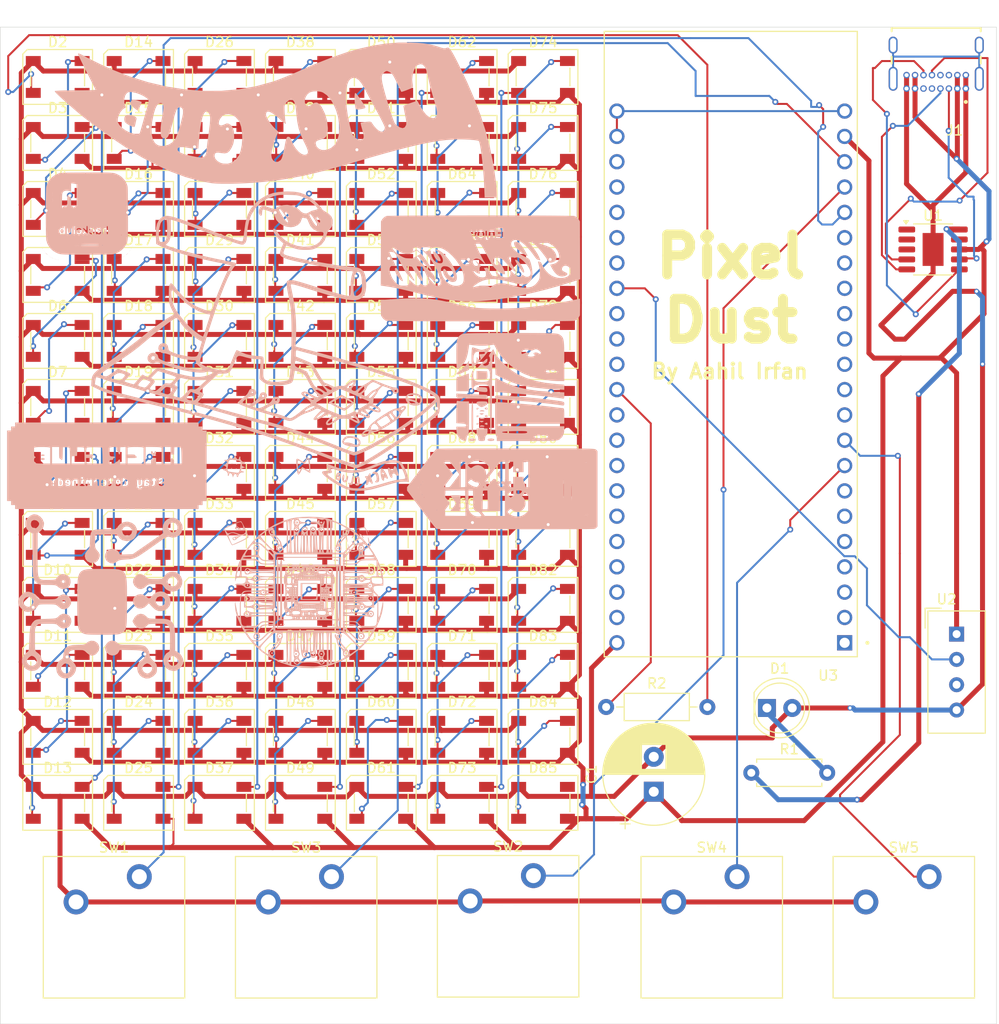
<source format=kicad_pcb>
(kicad_pcb (version 20241229) (generator "pcbnew") (generator_version "9.0")
  (layers (0 "F.Cu" signal) (2 "B.Cu" signal) (13 "F.Paste" user) (15 "B.Paste" user) (5 "F.SilkS" user "F.Silkscreen") (7 "B.SilkS" user "B.Silkscreen") (1 "F.Mask" user) (3 "B.Mask" user) (25 "Edge.Cuts" user))
  (net 0 "")
  (net 1 "GND")
  (net 2 "Net-(D1-K)")
  (net 3 "+5V")
  (net 4 "Net-(D2-DOUT)")
  (net 5 "Net-(D2-DIN)")
  (net 6 "Net-(D3-DOUT)")
  (net 7 "Net-(D4-DOUT)")
  (net 8 "Net-(D5-DOUT)")
  (net 9 "Net-(D6-DOUT)")
  (net 10 "Net-(D7-DOUT)")
  (net 11 "Net-(D8-DOUT)")
  (net 12 "Net-(D10-DIN)")
  (net 13 "Net-(D10-DOUT)")
  (net 14 "Net-(D11-DOUT)")
  (net 15 "Net-(D12-DOUT)")
  (net 16 "Net-(D13-DOUT)")
  (net 17 "Net-(D14-DOUT)")
  (net 18 "Net-(D15-DOUT)")
  (net 19 "Net-(D16-DOUT)")
  (net 20 "Net-(D17-DOUT)")
  (net 21 "Net-(D18-DOUT)")
  (net 22 "Net-(D19-DOUT)")
  (net 23 "Net-(D20-DOUT)")
  (net 24 "Net-(D21-DOUT)")
  (net 25 "Net-(D22-DOUT)")
  (net 26 "Net-(D23-DOUT)")
  (net 27 "Net-(D24-DOUT)")
  (net 28 "Net-(D25-DOUT)")
  (net 29 "Net-(D26-DOUT)")
  (net 30 "Net-(D27-DOUT)")
  (net 31 "Net-(D28-DOUT)")
  (net 32 "Net-(D29-DOUT)")
  (net 33 "Net-(D30-DOUT)")
  (net 34 "Net-(D31-DOUT)")
  (net 35 "Net-(D32-DOUT)")
  (net 36 "Net-(D33-DOUT)")
  (net 37 "Net-(D34-DOUT)")
  (net 38 "Net-(D35-DOUT)")
  (net 39 "Net-(D36-DOUT)")
  (net 40 "Net-(D37-DOUT)")
  (net 41 "Net-(D38-DOUT)")
  (net 42 "Net-(D39-DOUT)")
  (net 43 "Net-(D40-DOUT)")
  (net 44 "Net-(D41-DOUT)")
  (net 45 "Net-(D42-DOUT)")
  (net 46 "Net-(D43-DOUT)")
  (net 47 "Net-(D44-DOUT)")
  (net 48 "Net-(D45-DOUT)")
  (net 49 "Net-(D46-DOUT)")
  (net 50 "Net-(D47-DOUT)")
  (net 51 "Net-(D48-DOUT)")
  (net 52 "Net-(D49-DOUT)")
  (net 53 "Net-(D50-DOUT)")
  (net 54 "Net-(D51-DOUT)")
  (net 55 "Net-(D52-DOUT)")
  (net 56 "Net-(D53-DOUT)")
  (net 57 "Net-(D54-DOUT)")
  (net 58 "Net-(D55-DOUT)")
  (net 59 "Net-(D56-DOUT)")
  (net 60 "Net-(D57-DOUT)")
  (net 61 "Net-(D58-DOUT)")
  (net 62 "Net-(D59-DOUT)")
  (net 63 "Net-(D60-DOUT)")
  (net 64 "Net-(D61-DOUT)")
  (net 65 "Net-(D62-DOUT)")
  (net 66 "Net-(D63-DOUT)")
  (net 67 "Net-(D64-DOUT)")
  (net 68 "Net-(D65-DOUT)")
  (net 69 "Net-(D66-DOUT)")
  (net 70 "Net-(D67-DOUT)")
  (net 71 "Net-(D68-DOUT)")
  (net 72 "Net-(D69-DOUT)")
  (net 73 "Net-(D70-DOUT)")
  (net 74 "Net-(D71-DOUT)")
  (net 75 "Net-(D72-DOUT)")
  (net 76 "Net-(D73-DOUT)")
  (net 77 "Net-(D74-DOUT)")
  (net 78 "Net-(D75-DOUT)")
  (net 79 "Net-(D76-DOUT)")
  (net 80 "Net-(D77-DOUT)")
  (net 81 "Net-(D78-DOUT)")
  (net 82 "Net-(D79-DOUT)")
  (net 83 "Net-(D80-DOUT)")
  (net 84 "Net-(D81-DOUT)")
  (net 85 "Net-(D82-DOUT)")
  (net 86 "Net-(D83-DOUT)")
  (net 87 "Net-(D84-DOUT)")
  (net 90 "Net-(J1-SHELL-PadS1)")
  (net 91 "Net-(J1-DP1)")
  (net 95 "Net-(J1-DP2)")
  (net 96 "Net-(J1-CC1)")
  (net 97 "Net-(J1-CC2)")
  (net 98 "Net-(U1-PG)")
  (net 106 "Net-(U3-GPIO12)")
  (net 109 "Net-(U3-GPIO13)")
  (net 112 "Net-(U3-GPIO37)")
  (net 123 "Net-(U3-GPIO14)")
  (net 125 "Net-(U3-GPIO16)")
  (net 133 "Net-(U3-GPIO15)")
  (net 141 "Net-(U2-DATA)")
  (footprint "LED_SMD:LED_SK6812_PLCC4_5.0x5.0mm_P3.2mm" (layer "F.Cu") (at 157.985 110.695)
    (property "Reference" "D84")
    (property "Value" "SK6812")
  )
  (footprint "LED_SMD:LED_SK6812_PLCC4_5.0x5.0mm_P3.2mm" (layer "F.Cu") (at 117.385 104.075)
    (property "Reference" "D23")
    (property "Value" "SK6812")
  )
  (footprint "LED_SMD:LED_SK6812_PLCC4_5.0x5.0mm_P3.2mm" (layer "F.Cu") (at 117.385 51.115)
    (property "Reference" "D15")
    (property "Value" "SK6812")
  )
  (footprint "LED_SMD:LED_SK6812_PLCC4_5.0x5.0mm_P3.2mm" (layer "F.Cu") (at 125.505 90.835)
    (property "Reference" "D33")
    (property "Value" "SK6812")
  )
  (footprint "LED_SMD:LED_SK6812_PLCC4_5.0x5.0mm_P3.2mm" (layer "F.Cu") (at 141.745 90.835)
    (property "Reference" "D57")
    (property "Value" "SK6812")
  )
  (footprint "PCM_Switch_Keyboard_Cherry_MX:SW_Cherry_MX_PCB_1.00u" (layer "F.Cu") (at 174.92 129.8)
    (property "Reference" "SW4")
    (property "Value" "SW_Push")
  )
  (footprint "LED_SMD:LED_SK6812_PLCC4_5.0x5.0mm_P3.2mm" (layer "F.Cu") (at 117.385 64.355)
    (property "Reference" "D17")
    (property "Value" "SK6812")
  )
  (footprint "LED_SMD:LED_SK6812_PLCC4_5.0x5.0mm_P3.2mm" (layer "F.Cu") (at 141.745 104.075)
    (property "Reference" "D59")
    (property "Value" "SK6812")
  )
  (footprint "LED_SMD:LED_SK6812_PLCC4_5.0x5.0mm_P3.2mm" (layer "F.Cu") (at 149.865 84.215)
    (property "Reference" "D68")
    (property "Value" "SK6812")
  )
  (footprint "LED_SMD:LED_SK6812_PLCC4_5.0x5.0mm_P3.2mm" (layer "F.Cu") (at 157.985 64.355)
    (property "Reference" "D77")
    (property "Value" "SK6812")
  )
  (footprint "LED_SMD:LED_SK6812_PLCC4_5.0x5.0mm_P3.2mm" (layer "F.Cu") (at 141.745 70.975)
    (property "Reference" "D54")
    (property "Value" "SK6812")
  )
  (footprint "LED_SMD:LED_SK6812_PLCC4_5.0x5.0mm_P3.2mm" (layer "F.Cu") (at 133.625 84.215)
    (property "Reference" "D44")
    (property "Value" "SK6812")
  )
  (footprint "LED_SMD:LED_SK6812_PLCC4_5.0x5.0mm_P3.2mm" (layer "F.Cu") (at 117.385 77.595)
    (property "Reference" "D19")
    (property "Value" "SK6812")
  )
  (footprint "Resistor_THT:R_Axial_DIN0207_L6.3mm_D2.5mm_P10.16mm_Horizontal" (layer "F.Cu") (at 164.32 107.7)
    (property "Reference" "R2")
    (property "Value" "R")
  )
  (footprint "LED_SMD:LED_SK6812_PLCC4_5.0x5.0mm_P3.2mm" (layer "F.Cu") (at 133.625 57.735)
    (property "Reference" "D40")
    (property "Value" "SK6812")
  )
  (footprint "LED_SMD:LED_SK6812_PLCC4_5.0x5.0mm_P3.2mm" (layer "F.Cu") (at 141.745 117.315)
    (property "Reference" "D61")
    (property "Value" "SK6812")
  )
  (footprint "LED_SMD:LED_SK6812_PLCC4_5.0x5.0mm_P3.2mm" (layer "F.Cu") (at 157.985 57.735)
    (property "Reference" "D76")
    (property "Value" "SK6812")
  )
  (footprint "LED_SMD:LED_SK6812_PLCC4_5.0x5.0mm_P3.2mm" (layer "F.Cu") (at 125.505 70.975)
    (property "Reference" "D30")
    (property "Value" "SK6812")
  )
  (footprint "LED_SMD:LED_SK6812_PLCC4_5.0x5.0mm_P3.2mm" (layer "F.Cu") (at 141.745 44.495)
    (property "Reference" "D50")
    (property "Value" "SK6812")
  )
  (footprint "LED_SMD:LED_SK6812_PLCC4_5.0x5.0mm_P3.2mm" (layer "F.Cu") (at 141.745 57.735)
    (property "Reference" "D52")
    (property "Value" "SK6812")
  )
  (footprint "LED_SMD:LED_SK6812_PLCC4_5.0x5.0mm_P3.2mm" (layer "F.Cu") (at 117.385 90.835)
    (property "Reference" "D21")
    (property "Value" "SK6812")
  )
  (footprint "LED_SMD:LED_SK6812_PLCC4_5.0x5.0mm_P3.2mm" (layer "F.Cu") (at 109.265 84.215)
    (property "Reference" "D8")
    (property "Value" "SK6812")
  )
  (footprint "LED_SMD:LED_SK6812_PLCC4_5.0x5.0mm_P3.2mm" (layer "F.Cu") (at 117.385 70.975)
    (property "Reference" "D18")
    (property "Value" "SK6812")
  )
  (footprint "LED_SMD:LED_SK6812_PLCC4_5.0x5.0mm_P3.2mm" (layer "F.Cu") (at 141.745 84.215)
    (property "Reference" "D56")
    (property "Value" "SK6812")
  )
  (footprint "LED_SMD:LED_SK6812_PLCC4_5.0x5.0mm_P3.2mm" (layer "F.Cu") (at 117.385 117.315)
    (property "Reference" "D25")
    (property "Value" "SK6812")
  )
  (footprint "LED_SMD:LED_SK6812_PLCC4_5.0x5.0mm_P3.2mm" (layer "F.Cu") (at 125.505 110.695)
    (property "Reference" "D36")
    (property "Value" "SK6812")
  )
  (footprint "LED_SMD:LED_SK6812_PLCC4_5.0x5.0mm_P3.2mm" (layer "F.Cu") (at 149.865 104.075)
    (property "Reference" "D71")
    (property "Value" "SK6812")
  )
  (footprint "LED_SMD:LED_SK6812_PLCC4_5.0x5.0mm_P3.2mm" (layer "F.Cu") (at 133.625 97.455)
    (property "Reference" "D46")
    (property "Value" "SK6812")
  )
  (footprint "LED_SMD:LED_SK6812_PLCC4_5.0x5.0mm_P3.2mm" (layer "F.Cu") (at 149.865 51.115)
    (property "Reference" "D63")
    (property "Value" "SK6812")
  )
  (footprint "USB4085-GF-A_REVB:GCT_USB4085-GF-A_REVB" (layer "F.Cu") (at 197.45 41.3 180)
    (property "Reference" "J1")
    (property "Value" "USB4085-GF-A_REVB")
  )
  (footprint "LED_SMD:LED_SK6812_PLCC4_5.0x5.0mm_P3.2mm" (layer "F.Cu") (at 141.745 97.455)
    (property "Reference" "D58")
    (property "Value" "SK6812")
  )
  (footprint "LED_SMD:LED_SK6812_PLCC4_5.0x5.0mm_P3.2mm" (layer "F.Cu") (at 149.865 70.975)
    (property "Reference" "D66")
    (property "Value" "SK6812")
  )
  (footprint "ESP32-S3-DEVKITC-1-N8R8:ESP32-S3-DEVKITC-1-N8R8" (layer "F.Cu") (at 176.83 71.29 180)
    (property "Reference" "U3")
    (property "Value" "ESP32-S3-DEVKITC-1-N8R8")
  )
  (footprint "LED_SMD:LED_SK6812_PLCC4_5.0x5.0mm_P3.2mm" (layer "F.Cu") (at 125.505 77.595)
    (property "Reference" "D31")
    (property "Value" "SK6812")
  )
  (footprint "LED_SMD:LED_SK6812_PLCC4_5.0x5.0mm_P3.2mm" (layer "F.Cu") (at 141.745 64.355)
    (property "Reference" "D53")
    (property "Value" "SK6812")
  )
  (footprint "LED_SMD:LED_SK6812_PLCC4_5.0x5.0mm_P3.2mm" (layer "F.Cu") (at 157.985 117.315)
    (property "Reference" "D85")
    (property "Value" "SK6812")
  )
  (footprint "LED_SMD:LED_SK6812_PLCC4_5.0x5.0mm_P3.2mm" (layer "F.Cu") (at 109.265 97.455)
    (property "Reference" "D10")
    (property "Value" "SK6812")
  )
  (footprint "Capacitor_THT:CP_Radial_D10.0mm_P3.50mm" (layer "F.Cu") (at 169.1 116.2 90)
    (property "Reference" "C1")
    (property "Value" "C_Polarized")
  )
  (footprint "LED_SMD:LED_SK6812_PLCC4_5.0x5.0mm_P3.2mm" (layer "F.Cu") (at 125.505 97.455)
    (property "Reference" "D34")
    (property "Value" "SK6812")
  )
  (footprint "LED_SMD:LED_SK6812_PLCC4_5.0x5.0mm_P3.2mm" (layer "F.Cu") (at 117.385 84.215)
    (property "Reference" "D20")
    (property "Value" "SK6812")
  )
  (footprint "LED_THT:LED_D5.0mm_IRGrey" (layer "F.Cu") (at 180.46 107.8)
    (property "Reference" "D1")
    (property "Value" "CQY99")
  )
  (footprint "LED_SMD:LED_SK6812_PLCC4_5.0x5.0mm_P3.2mm" (layer "F.Cu") (at 149.865 117.315)
    (property "Reference" "D73")
    (property "Value" "SK6812")
  )
  (footprint "LED_SMD:LED_SK6812_PLCC4_5.0x5.0mm_P3.2mm" (layer "F.Cu") (at 109.265 90.835)
    (property "Reference" "D9")
    (property "Value" "SK6812")
  )
  (footprint "LED_SMD:LED_SK6812_PLCC4_5.0x5.0mm_P3.2mm" (layer "F.Cu") (at 157.985 84.215)
    (property "Reference" "D80")
    (property "Value" "SK6812")
  )
  (footprint "LED_SMD:LED_SK6812_PLCC4_5.0x5.0mm_P3.2mm" (layer "F.Cu") (at 133.625 90.835)
    (property "Reference" "D45")
    (property "Value" "SK6812")
  )
  (footprint "LED_SMD:LED_SK6812_PLCC4_5.0x5.0mm_P3.2mm" (layer "F.Cu") (at 149.865 97.455)
    (property "Reference" "D70")
    (property "Value" "SK6812")
  )
  (footprint "LED_SMD:LED_SK6812_PLCC4_5.0x5.0mm_P3.2mm" (layer "F.Cu") (at 109.265 44.495)
    (property "Reference" "D2")
    (property "Value" "SK6812")
  )
  (footprint "PCM_Switch_Keyboard_Cherry_MX:SW_Cherry_MX_PCB_1.00u" (layer "F.Cu") (at 134.21 129.8)
    (property "Reference" "SW3")
    (property "Value" "SW_Push")
  )
  (footprint "LED_SMD:LED_SK6812_PLCC4_5.0x5.0mm_P3.2mm" (layer "F.Cu") (at 109.265 64.355)
    (property "Reference" "D5")
    (property "Value" "SK6812")
  )
  (footprint "LED_SMD:LED_SK6812_PLCC4_5.0x5.0mm_P3.2mm" (layer "F.Cu") (at 133.625 110.695)
    (property "Reference" "D48")
    (property "Value" "SK6812")
  )
  (footprint "LED_SMD:LED_SK6812_PLCC4_5.0x5.0mm_P3.2mm" (layer "F.Cu") (at 133.625 70.975)
    (property "Reference" "D42")
    (property "Value" "SK6812")
  )
  (footprint "LED_SMD:LED_SK6812_PLCC4_5.0x5.0mm_P3.2mm" (layer "F.Cu") (at 125.505 44.495)
    (property "Reference" "D26")
    (property "Value" "SK6812")
  )
  (footprint "Sensor:Aosong_DHT11_5.5x12.0_P2.54mm" (layer "F.Cu") (at 199.4975 100.3875)
    (property "Reference" "U2")
    (property "Value" "DHT22")
  )
  (footprint "LED_SMD:LED_SK6812_PLCC4_5.0x5.0mm_P3.2mm" (layer "F.Cu") (at 109.265 77.595)
    (property "Reference" "D7")
    (property "Value" "SK6812")
  )
  (footprint "Resistor_THT:R_Axial_DIN0207_L6.3mm_D2.5mm_P7.62mm_Horizontal" (layer "F.Cu") (at 178.89 114.3)
    (property "Reference" "R1")
    (property "Value" "R")
  )
  (footprint "LED_SMD:LED_SK6812_PLCC4_5.0x5.0mm_P3.2mm" (layer "F.Cu") (at 133.625 104.075)
    (property "Reference" "D47")
    (property "Value" "SK6812")
  )
  (footprint "LED_SMD:LED_SK6812_PLCC4_5.0x5.0mm_P3.2mm" (layer "F.Cu") (at 117.385 57.735)
    (property "Reference" "D16")
    (property "Value" "SK6812")
  )
  (footprint "PCM_Switch_Keyboard_Cherry_MX:SW_Cherry_MX_PCB_1.00u" (layer "F.Cu") (at 154.48 129.7)
    (property "Reference" "SW2")
    (property "Value" "SW_Push")
  )
  (footprint "LED_SMD:LED_SK6812_PLCC4_5.0x5.0mm_P3.2mm" (layer "F.Cu") (at 133.625 77.595)
    (property "Reference" "D43")
    (property "Value" "SK6812")
  )
  (footprint "LED_SMD:LED_SK6812_PLCC4_5.0x5.0mm_P3.2mm" (layer "F.Cu") (at 109.265 104.075)
    (property "Reference" "D11")
    (property "Value" "SK6812")
  )
  (footprint "LED_SMD:LED_SK6812_PLCC4_5.0x5.0mm_P3.2mm" (layer "F.Cu") (at 133.625 64.355)
    (property "Reference" "D41")
    (property "Value" "SK6812")
  )
  (footprint "LED_SMD:LED_SK6812_PLCC4_5.0x5.0mm_P3.2mm" (layer "F.Cu") (at 157.985 70.975)
    (property "Reference" "D78")
    (property "Value" "SK6812")
  )
  (footprint "LED_SMD:LED_SK6812_PLCC4_5.0x5.0mm_P3.2mm" (layer "F.Cu") (at 149.865 90.835)
    (property "Reference" "D69")
    (property "Value" "SK6812")
  )
  (footprint "LED_SMD:LED_SK6812_PLCC4_5.0x5.0mm_P3.2mm" (layer "F.Cu") (at 141.745 77.595)
    (property "Reference" "D55")
    (property "Value" "SK6812")
  )
  (footprint "LED_SMD:LED_SK6812_PLCC4_5.0x5.0mm_P3.2mm" (layer "F.Cu") (at 149.865 57.735)
    (property "Reference" "D64")
    (property "Value" "SK6812")
  )
  (footprint "LED_SMD:LED_SK6812_PLCC4_5.0x5.0mm_P3.2mm" (layer "F.Cu") (at 157.985 77.595)
    (property "Reference" "D79")
    (property "Value" "SK6812")
  )
  (footprint "LED_SMD:LED_SK6812_PLCC4_5.0x5.0mm_P3.2mm" (layer "F.Cu") (at 149.865 110.695)
    (property "Reference" "D72")
    (property "Value" "SK6812")
  )
  (footprint "LED_SMD:LED_SK6812_PLCC4_5.0x5.0mm_P3.2mm" (layer "F.Cu") (at 157.985 90.835)
    (property "Reference" "D81")
    (property "Value" "SK6812")
  )
  (footprint "LED_SMD:LED_SK6812_PLCC4_5.0x5.0mm_P3.2mm" (layer "F.Cu") (at 149.865 77.595)
    (property "Reference" "D67")
    (property "Value" "SK6812")
  )
  (footprint "PCM_Switch_Keyboard_Cherry_MX:SW_Cherry_MX_PCB_1.00u" (layer "F.Cu") (at 194.2 129.8)
    (property "Reference" "SW5")
    (property "Value" "SW_Push")
  )
  (footprint "LED_SMD:LED_SK6812_PLCC4_5.0x5.0mm_P3.2mm" (layer "F.Cu") (at 157.985 51.115)
    (property "Reference" "D75")
    (property "Value" "SK6812")
  )
  (footprint "LED_SMD:LED_SK6812_PLCC4_5.0x5.0mm_P3.2mm" (layer "F.Cu") (at 125.505 84.215)
    (property "Reference" "D32")
    (property "Value" "SK6812")
  )
  (footprint "LED_SMD:LED_SK6812_PLCC4_5.0x5.0mm_P3.2mm" (layer "F.Cu") (at 125.505 117.315)
    (property "Reference" "D37")
    (property "Value" "SK6812")
  )
  (footprint "LED_SMD:LED_SK6812_PLCC4_5.0x5.0mm_P3.2mm" (layer "F.Cu") (at 109.265 51.115)
    (property "Reference" "D3")
    (property "Value" "SK6812")
  )
  (footprint "LED_SMD:LED_SK6812_PLCC4_5.0x5.0mm_P3.2mm" (layer "F.Cu") (at 117.385 44.495)
    (property "Reference" "D14")
    (property "Value" "SK6812")
  )
  (footprint "LED_SMD:LED_SK6812_PLCC4_5.0x5.0mm_P3.2mm" (layer "F.Cu") (at 125.505 51.115)
    (property "Reference" "D27")
    (property "Value" "SK6812")
  )
  (footprint "LED_SMD:LED_SK6812_PLCC4_5.0x5.0mm_P3.2mm" (layer "F.Cu") (at 125.505 104.075)
    (property "Reference" "D35")
    (property "Value" "SK6812")
  )
  (footprint "LED_SMD:LED_SK6812_PLCC4_5.0x5.0mm_P3.2mm" (layer "F.Cu") (at 109.265 110.695)
    (property "Reference" "D12")
    (property "Value" "SK6812")
  )
  (footprint "LED_SMD:LED_SK6812_PLCC4_5.0x5.0mm_P3.2mm" (layer "F.Cu") (at 149.865 64.355)
    (property "Reference" "D65")
    (property "Value" "SK6812")
  )
  (footprint "LED_SMD:LED_SK6812_PLCC4_5.0x5.0mm_P3.2mm" (layer "F.Cu") (at 117.385 110.695)
    (property "Reference" "D24")
    (property "Value" "SK6812")
  )
  (footprint "LED_SMD:LED_SK6812_PLCC4_5.0x5.0mm_P3.2mm" (layer "F.Cu") (at 141.745 51.115)
    (property "Reference" "D51")
    (property "Value" "SK6812")
  )
  (footprint "Package_SO:SSOP-10-1EP_3.9x4.9mm_P1mm_EP2.1x3.3mm" (layer "F.Cu") (at 197.1375 61.8)
    (property "Reference" "U1")
    (property "Value" "CH224K")
  )
  (footprint "LED_SMD:LED_SK6812_PLCC4_5.0x5.0mm_P3.2mm" (layer "F.Cu") (at 125.505 64.355)
    (property "Reference" "D29")
    (property "Value" "SK6812")
  )
  (footprint "LED_SMD:LED_SK6812_PLCC4_5.0x5.0mm_P3.2mm" (layer "F.Cu") (at 109.265 117.315)
    (property "Reference" "D13")
    (property "Value" "SK6812")
  )
  (footprint "LED_SMD:LED_SK6812_PLCC4_5.0x5.0mm_P3.2mm" (layer "F.Cu") (at 109.265 70.975)
    (property "Reference" "D6")
    (property "Value" "SK6812")
  )
  (footprint "LED_SMD:LED_SK6812_PLCC4_5.0x5.0mm_P3.2mm" (layer "F.Cu") (at 149.865 44.495)
    (property "Reference" "D62")
    (property "Value" "SK6812")
  )
  (footprint "LED_SMD:LED_SK6812_PLCC4_5.0x5.0mm_P3.2mm" (layer "F.Cu") (at 133.625 51.115)
    (property "Reference" "D39")
    (property "Value" "SK6812")
  )
  (footprint "LED_SMD:LED_SK6812_PLCC4_5.0x5.0mm_P3.2mm" (layer "F.Cu") (at 157.985 44.495)
    (property "Reference" "D74")
    (property "Value" "SK6812")
  )
  (footprint "LED_SMD:LED_SK6812_PLCC4_5.0x5.0mm_P3.2mm" (layer "F.Cu") (at 157.985 104.075)
    (property "Reference" "D83")
    (property "Value" "SK6812")
  )
  (footprint "LED_SMD:LED_SK6812_PLCC4_5.0x5.0mm_P3.2mm" (layer "F.Cu") (at 141.745 110.695)
    (property "Reference" "D60")
    (property "Value" "SK6812")
  )
  (footprint "LED_SMD:LED_SK6812_PLCC4_5.0x5.0mm_P3.2mm" (layer "F.Cu") (at 117.385 97.455)
    (property "Reference" "D22")
    (property "Value" "SK6812")
  )
  (footprint "LED_SMD:LED_SK6812_PLCC4_5.0x5.0mm_P3.2mm" (layer "F.Cu") (at 133.625 117.315)
    (property "Reference" "D49")
    (property "Value" "SK6812")
  )
  (footprint "LED_SMD:LED_SK6812_PLCC4_5.0x5.0mm_P3.2mm" (layer "F.Cu") (at 157.985 97.455)
    (property "Reference" "D82")
    (property "Value" "SK6812")
  )
  (footprint "LED_SMD:LED_SK6812_PLCC4_5.0x5.0mm_P3.2mm" (layer "F.Cu") (at 125.505 57.735)
    (property "Reference" "D28")
    (property "Value" "SK6812")
  )
  (footprint "LED_SMD:LED_SK6812_PLCC4_5.0x5.0mm_P3.2mm" (layer "F.Cu") (at 109.265 57.735)
    (property "Reference" "D4")
    (property "Value" "SK6812")
  )
  (footprint "PCM_Switch_Keyboard_Cherry_MX:SW_Cherry_MX_PCB_1.00u" (layer "F.Cu") (at 114.92 129.8)
    (property "Reference" "SW1")
    (property "Value" "SW_Push")
  )
  (footprint "LED_SMD:LED_SK6812_PLCC4_5.0x5.0mm_P3.2mm" (layer "F.Cu") (at 133.625 44.495)
    (property "Reference" "D38")
    (property "Value" "SK6812")
  )
  (footprint "LOGO" (layer "B.Cu") (at 130.2 71 180)
    (property "Reference" "G***" (hide yes))
    (property "Value" "LOGO" (hide yes))
  )
  (footprint "LOGO" (layer "B.Cu") (at 151.7 63.7 180)
    (property "Reference" "G***" (hide yes))
    (property "Value" "LOGO" (hide yes))
  )
  (footprint "LOGO" (layer "B.Cu") (at 113.6 96.6 180)
    (property "Reference" "G***")
    (property "Value" "LOGO" (hide yes))
  )
  (footprint "LOGO" (layer "B.Cu") (at 134.5 96.2 180)
    (property "Reference" "G***" (hide yes))
    (property "Value" "LOGO" (hide yes))
  )
  (footprint "LOGO" (layer "B.Cu") (at 154.7 75.6 180)
    (property "Reference" "G***" (hide yes))
    (property "Value" "LOGO" (hide yes))
  )
  (footprint "LOGO" (layer "B.Cu") (at 112.2 58.2 180)
    (property "Reference" "G***")
    (property "Value" "LOGO" (hide yes))
  )
  (footprint "LOGO" (layer "B.Cu") (at 125.4 87.1 180)
    (property "Reference" "G***" (hide yes))
    (property "Value" "LOGO" (hide yes))
  )
  (footprint "LOGO" (layer "B.Cu") (at 131.1 48.8 180)
    (property "Reference" "G***" (hide yes))
    (property "Value" "LOGO" (hide yes))
  )
  (footprint "LOGO" (layer "B.Cu") (at 114.2 83.5 180)
    (property "Reference" "G***" (hide yes))
    (property "Value" "LOGO" (hide yes))
  )
  (footprint "LOGO" (layer "B.Cu") (at 153.9 85.8 180)
    (property "Reference" "G***")
    (property "Value" "LOGO" (hide yes))
  )
  (gr_rect (start 103.5 39.5) (end 203.5 139.5) (stroke (width 0.05)) (fill no) (layer "Edge.Cuts"))
  (gr_text "By Aahil Irfan" (at 168.7 74.9 0) (layer "F.SilkS") (effects (font (size 1.5 1.5) (thickness 0.3) (bold yes)) (justify left bottom)))
  (gr_text "Pixel\nDust" (at 176.83 71.29 0) (layer "F.SilkS") (effects (font (size 4 4) (thickness 1) (bold yes)) (justify bottom)))
  (segment (start 131.1 50.466) (end 139.2 50.466) (width 0.5) (layer "F.Cu") (net 1))
  (segment (start 114.935 43.835) (end 115 43.9) (width 0.5) (layer "F.Cu") (net 1))
  (segment (start 147.415 43.715) (end 147.6 43.9) (width 0.5) (layer "F.Cu") (net 1))
  (segment (start 114.935 96.69) (end 115.1 96.855) (width 0.5) (layer "F.Cu") (net 1))
  (segment (start 115.1 57.135) (end 123 57.135) (width 0.5) (layer "F.Cu") (net 1))
  (segment (start 131.175 76.97) (end 131.2 76.995) (width 0.5) (layer "F.Cu") (net 1))
  (segment (start 156.486 116.666) (end 155.535 115.715) (width 0.5) (layer "F.Cu") (net 1))
  (segment (start 131 70.326) (end 139.6 70.326) (width 0.5) (layer "F.Cu") (net 1))
  (segment (start 193.3 70.8) (end 191.9 69.4) (width 0.5) (layer "F.Cu") (net 1))
  (segment (start 183 107.8) (end 188.8 107.8) (width 0.5) (layer "F.Cu") (net 1))
  (segment (start 123.055 83.511) (end 123 83.566) (width 0.5) (layer "F.Cu") (net 1))
  (segment (start 139.295 70.021) (end 139.6 70.326) (width 0.5) (layer "F.Cu") (net 1))
  (segment (start 111.11 127.26) (end 109.5 125.65) (width 0.5) (layer "F.Cu") (net 1))
  (segment (start 123.055 103.281) (end 123.2 103.426) (width 0.5) (layer "F.Cu") (net 1))
  (segment (start 123.055 109.901) (end 123.2 110.046) (width 0.5) (layer "F.Cu") (net 1))
  (segment (start 123.055 76.94) (end 123 76.995) (width 0.5) (layer "F.Cu") (net 1))
  (segment (start 162.8502 116.666) (end 156.486 116.666) (width 0.5) (layer "F.Cu") (net 1))
  (segment (start 200.425 54.075) (end 197.1375 57.3625) (width 0.5) (layer "F.Cu") (net 1))
  (segment (start 106.815 42.895) (end 107.82 43.9) (width 0.5) (layer "F.Cu") (net 1))
  (segment (start 139.5 96.855) (end 147.5 96.855) (width 0.5) (layer "F.Cu") (net 1))
  (segment (start 123.2 110.046) (end 131 110.046) (width 0.5) (layer "F.Cu") (net 1))
  (segment (start 122.104 116.666) (end 123.055 115.715) (width 0.5) (layer "F.Cu") (net 1))
  (segment (start 123.055 42.895) (end 123.055 43.855) (width 0.5) (layer "F.Cu") (net 1))
  (segment (start 114.935 70.261) (end 115 70.326) (width 0.5) (layer "F.Cu") (net 1))
  (segment (start 106.815 89.235) (end 107.815 90.235) (width 0.5) (layer "F.Cu") (net 1))
  (segment (start 154.535 96.855) (end 155.535 95.855) (width 0.5) (layer "F.Cu") (net 1))
  (segment (start 131.175 83.141) (end 131.6 83.566) (width 0.5) (layer "F.Cu") (net 1))
  (segment (start 123.055 89.235) (end 123.055 89.99) (width 0.5) (layer "F.Cu") (net 1))
  (segment (start 146.464 116.666) (end 147.415 115.715) (width 0.5) (layer "F.Cu") (net 1))
  (segment (start 139.295 95.855) (end 139.295 96.65) (width 0.5) (layer "F.Cu") (net 1))
  (segment (start 147.415 70.311) (end 147.4 70.326) (width 0.5) (layer "F.Cu") (net 1))
  (segment (start 123.055 96.7) (end 122.9 96.855) (width 0.5) (layer "F.Cu") (net 1))
  (segment (start 109.5 125.65) (end 109.5 116.666) (width 0.5) (layer "F.Cu") (net 1))
  (segment (start 105.614 90.436) (end 105.614 97.056) (width 0.5) (layer "F.Cu") (net 1))
  (segment (start 131.175 102.951) (end 130.7 103.426) (width 0.5) (layer "F.Cu") (net 1))
  (segment (start 154.535 90.235) (end 155.535 89.235) (width 0.5) (layer "F.Cu") (net 1))
  (segment (start 147.415 109.095) (end 147.415 109.661) (width 0.5) (layer "F.Cu") (net 1))
  (segment (start 131.175 57.01) (end 131.3 57.135) (width 0.5) (layer "F.Cu") (net 1))
  (segment (start 131.4 96.855) (end 139.5 96.855) (width 0.5) (layer "F.Cu") (net 1))
  (segment (start 147.4 76.995) (end 154.535 76.995) (width 0.5) (layer "F.Cu") (net 1))
  (segment (start 123.055 102.475) (end 123.055 103.281) (width 0.5) (layer "F.Cu") (net 1))
  (segment (start 147.6 43.9) (end 154.53 43.9) (width 0.5) (layer "F.Cu") (net 1))
  (segment (start 123 76.995) (end 131.2 76.995) (width 0.5) (layer "F.Cu") (net 1))
  (segment (start 123 70.326) (end 131 70.326) (width 0.5) (layer "F.Cu") (net 1))
  (segment (start 107.766 70.326) (end 115 70.326) (width 0.5) (layer "F.Cu") (net 1))
  (segment (start 194.475 55.212925) (end 197.1375 57.875425) (width 0.5) (layer "F.Cu") (net 1))
  (segment (start 165.4 101.26) (end 162.8502 103.8098) (width 0.5) (layer "F.Cu") (net 1))
  (segment (start 165.4 47.92) (end 165.4 50.46) (width 0.2) (layer "F.Cu") (net 1))
  (segment (start 132.175 116.715) (end 138.295 116.715) (width 0.5) (layer "F.Cu") (net 1))
  (segment (start 139.5 63.706) (end 131.3 63.706) (width 0.5) (layer "F.Cu") (net 1))
  (segment (start 147.415 89.235) (end 147.415 90.05) (width 0.5) (layer "F.Cu") (net 1))
  (segment (start 107.766 103.426) (end 115.1 103.426) (width 0.5) (layer "F.Cu") (net 1))
  (segment (start 162.8502 103.8098) (end 162.8502 116.666) (width 0.5) (layer "F.Cu") (net 1))
  (segment (start 139.4 43.9) (end 147.6 43.9) (width 0.5) (layer "F.Cu") (net 1))
  (segment (start 131.6 83.566) (end 123 83.566) (width 0.5) (layer "F.Cu") (net 1))
  (segment (start 139.295 102.475) (end 139.295 103.421) (width 0.5) (layer "F.Cu") (net 1))
  (segment (start 139 57.135) (end 147.6 57.135) (width 0.5) (layer "F.Cu") (net 1))
  (segment (start 114.935 83.301) (end 115.2 83.566) (width 0.5) (layer "F.Cu") (net 1))
  (segment (start 131.2 90.235) (end 139.3 90.235) (width 0.5) (layer "F.Cu") (net 1))
  (segment (start 147.415 49.515) (end 147.4 49.53) (width 0.5) (layer "F.Cu") (net 1))
  (segment (start 114.9 89.27) (end 114.9 90.235) (width 0.5) (layer "F.Cu") (net 1))
  (segment (start 131.175 69.375) (end 131.175 70.151) (width 0.5) (layer "F.Cu") (net 1))
  (segment (start 139.295 50.371) (end 139.2 50.466) (width 0.5) (layer "F.Cu") (net 1))
  (segment (start 194.475 45.66) (end 194.475 55.212925) (width 0.5) (layer "F.Cu") (net 1))
  (segment (start 171.01 127.16) (end 150.67 127.16) (width 0.5) (layer "F.Cu") (net 1))
  (segment (start 200.425 44.31) (end 200.425 45.66) (width 0.5) (layer "F.Cu") (net 1))
  (segment (start 171 110.8) (end 181 110.8) (width 0.5) (layer "F.Cu") (net 1))
  (segment (start 115.1 76.995) (end 123 76.995) (width 0.5) (layer "F.Cu") (net 1))
  (segment (start 139.295 49.515) (end 139.295 50.371) (width 0.5) (layer "F.Cu") (net 1))
  (segment (start 181 110.8) (end 181 109.8) (width 0.5) (layer "F.Cu") (net 1))
  (segment (start 147.415 62.755) (end 147.415 63.691) (width 0.5) (layer "F.Cu") (net 1))
  (segment (start 107.815 90.235) (end 114.9 90.235) (width 0.5) (layer "F.Cu") (net 1))
  (segment (start 114.935 63.641) (end 115 63.706) (width 0.5) (layer "F.Cu") (net 1))
  (segment (start 131.175 95.855) (end 131.175 96.63) (width 0.5) (layer "F.Cu") (net 1))
  (segment (start 131.175 62.755) (end 131.175 63.581) (width 0.5) (layer "F.Cu") (net 1))
  (segment (start 107.82 43.9) (end 115 43.9) (width 0.5) (layer "F.Cu") (net 1))
  (segment (start 109.5 116.666) (end 113.984 116.666) (width 0.5) (layer "F.Cu") (net 1))
  (segment (start 106.815 56.135) (end 107.815 57.135) (width 0.5) (layer "F.Cu") (net 1))
  (segment (start 123.055 115.715) (end 124.006 116.666) (width 0.5) (layer "F.Cu") (net 1))
  (segment (start 107.815 76.995) (end 115.1 76.995) (width 0.5) (layer "F.Cu") (net 1))
  (segment (start 147.415 96.77) (end 147.5 96.855) (width 0.5) (layer "F.Cu") (net 1))
  (segment (start 114.9 90.235) (end 123.3 90.235) (width 0.5) (layer "F.Cu") (net 1))
  (segment (start 147.6 90.235) (end 154.535 90.235) (width 0.5) (layer "F.Cu") (net 1))
  (segment (start 131.175 43.525) (end 130.8 43.9) (width 0.5) (layer "F.Cu") (net 1))
  (segment (start 147.415 109.661) (end 147.8 110.046) (width 0.5) (layer "F.Cu") (net 1))
  (segment (start 107.766 50.466) (end 115.5 50.466) (width 0.5) (layer "F.Cu") (net 1))
  (segment (start 123.055 56.135) (end 123.055 57.08) (width 0.5) (layer "F.Cu") (net 1))
  (segment (start 106.325 102.475) (end 105.614 103.186) (width 0.5) (layer "F.Cu") (net 1))
  (segment (start 106.815 69.375) (end 107.766 70.326) (width 0.5) (layer "F.Cu") (net 1))
  (segment (start 123.055 62.755) (end 123 62.81) (width 0.5) (layer "F.Cu") (net 1))
  (segment (start 130.224 116.666) (end 131.175 115.715) (width 0.5) (layer "F.Cu") (net 1))
  (segment (start 124.006 116.666) (end 130.224 116.666) (width 0.5) (layer "F.Cu") (net 1))
  (segment (start 105.614 114.514) (end 106.815 115.715) (width 0.5) (layer "F.Cu") (net 1))
  (segment (start 106.815 69.375) (end 105.614 70.576) (width 0.5) (layer "F.Cu") (net 1))
  (segment (start 147.415 42.895) (end 147.415 43.715) (width 0.5) (layer "F.Cu") (net 1))
  (segment (start 114.935 110.011) (end 114.9 110.046) (width 0.5) (layer "F.Cu") (net 1))
  (segment (start 114.935 115.715) (end 115.886 116.666) (width 0.5) (layer "F.Cu") (net 1))
  (segment (start 148.366 116.666) (end 154.584 116.666) (width 0.5) (layer "F.Cu") (net 1))
  (segment (start 131.3 63.706) (end 123 63.706) (width 0.5) (layer "F.Cu") (net 1))
  (segment (start 138.295 116.715) (end 139.295 115.715) (width 0.5) (layer "F.Cu") (net 1))
  (segment (start 107.766 116.666) (end 109.5 116.666) (width 0.5) (layer "F.Cu") (net 1))
  (segment (start 123.055 70.271) (end 123 70.326) (width 0.5) (layer "F.Cu") (net 1))
  (segment (start 123.2 103.426) (end 130.7 103.426) (width 0.5) (layer "F.Cu") (net 1))
  (segment (start 154.535 57.135) (end 155.535 56.135) (width 0.5) (layer "F.Cu") (net 1))
  (segment (start 106.815 49.515) (end 107.766 50.466) (width 0.5) (layer "F.Cu") (net 1))
  (segment (start 123.055 109.095) (end 123.055 109.901) (width 0.5) (layer "F.Cu") (net 1))
  (segment (start 194.3 70.8) (end 193.3 70.8) (width 0.5) (layer "F.Cu") (net 1))
  (segment (start 139.295 56.135) (end 139.295 56.84) (width 0.5) (layer "F.Cu") (net 1))
  (segment (start 123.055 95.855) (end 123.055 96.7) (width 0.5) (layer "F.Cu") (net 1))
  (segment (start 115 43.9) (end 123.1 43.9) (width 0.5) (layer "F.Cu") (net 1))
  (segment (start 123.055 43.855) (end 123.1 43.9) (width 0.5) (layer "F.Cu") (net 1))
  (segment (start 106.815 102.475) (end 107.766 103.426) (width 0.5) (layer "F.Cu") (net 1))
  (segment (start 105.614 44.096) (end 105.614 50.716) (width 0.5) (layer "F.Cu") (net 1))
  (segment (start 139.295 90.23) (end 139.3 90.235) (width 0.5) (layer "F.Cu") (net 1))
  (segment (start 139.295 56.84) (end 139 57.135) (width 0.5) (layer "F.Cu") (net 1))
  (segment (start 197.1375 57.875425) (end 197.1375 59.2) (width 0.5) (layer "F.Cu") (net 1))
  (segment (start 115.1 96.855) (end 122.9 96.855) (width 0.5) (layer "F.Cu") (net 1))
  (segment (start 106.815 109.095) (end 107.766 110.046) (width 0.5) (layer "F.Cu") (net 1))
  (segment (start 165.134 116.666) (end 169.1 112.7) (width 0.5) (layer "F.Cu") (net 1))
  (segment (start 114.935 109.095) (end 114.935 110.011) (width 0.5) (layer "F.Cu") (net 1))
  (segment (start 154.535 76.995) (end 155.535 75.995) (width 0.5) (layer "F.Cu") (net 1))
  (segment (start 147.415 75.995) (end 147.415 76.98) (width 0.5) (layer "F.Cu") (net 1))
  (segment (start 147.415 82.615) (end 147.415 83.551) (width 0.5) (layer "F.Cu") (net 1))
  (segment (start 131.3 57.135) (end 139 57.135) (width 0.5) (layer "F.Cu") (net 1))
  (segment (start 123 63.706) (end 115 63.706) (width 0.5) (layer "F.Cu") (net 1))
  (segment (start 147.415 102.941) (end 147.9 103.426) (width 0.5) (layer "F.Cu") (net 1))
  (segment (start 147.6 57.135) (end 154.535 57.135) (width 0.5) (layer "F.Cu") (net 1))
  (segment (start 147.415 102.475) (end 147.415 102.941) (width 0.5) (layer "F.Cu") (net 1))
  (segment (start 130.8 43.9) (end 139.4 43.9) (width 0.5) (layer "F.Cu") (net 1))
  (segment (start 147.415 56.135) (end 147.415 56.95) (width 0.5) (layer "F.Cu") (net 1))
  (segment (start 123.055 82.615) (end 123.055 83.511) (width 0.5) (layer "F.Cu") (net 1))
  (segment (start 139.295 75.995) (end 139.295 76.79) (width 0.5) (layer "F.Cu") (net 1))
  (segment (start 147.9 103.426) (end 154.584 103.426) (width 0.5) (layer "F.Cu") (net 1))
  (segment (start 200.425 45.66) (end 200.425 54.075) (width 0.5) (layer "F.Cu") (net 1))
  (segment (start 123.1 43.9) (end 130.8 43.9) (width 0.5) (layer "F.Cu") (net 1))
  (segment (start 113.984 116.666) (end 114.935 115.715) (width 0.5) (layer "F.Cu") (net 1))
  (segment (start 106.815 49.515) (end 105.614 50.716) (width 0.5) (layer "F.Cu") (net 1))
  (segment (start 131.175 82.615) (end 131.175 83.141) (width 0.5) (layer "F.Cu") (net 1))
  (segment (start 190.39 127.26) (end 171.11 127.26) (width 0.5) (layer "F.Cu") (net 1))
  (segment (start 114.935 89.235) (end 114.9 89.27) (width 0.5) (layer "F.Cu") (net 1))
  (segment (start 115.886 116.666) (end 122.104 116.666) (width 0.5) (layer "F.Cu") (net 1))
  (segment (start 147.415 76.98) (end 147.4 76.995) (width 0.5) (layer "F.Cu") (net 1))
  (segment (start 115.5 50.466) (end 122.8 50.466) (width 0.5) (layer "F.Cu") (net 1))
  (segment (start 105.614 63.956) (end 105.614 70.576) (width 0.5) (layer "F.Cu") (net 1))
  (segment (start 169.1 112.7) (end 171 110.8) (width 0.5) (layer "F.Cu") (net 1))
  (segment (start 131.175 102.475) (end 131.175 102.951) (width 0.5) (layer "F.Cu") (net 1))
  (segment (start 106.815 115.715) (end 107.766 116.666) (width 0.5) (layer "F.Cu") (net 1))
  (segment (start 201.5 66) (end 199.1 66) (width 0.5) (layer "F.Cu") (net 1))
  (segment (start 139.295 103.421) (end 139.3 103.426) (width 0.5) (layer "F.Cu") (net 1))
  (segment (start 114.935 56.97) (end 115.1 57.135) (width 0.5) (layer "F.Cu") (net 1))
  (segment (start 114.935 69.375) (end 114.935 70.261) (width 0.5) (layer "F.Cu") (net 1))
  (segment (start 154.584 63.706) (end 147.4 63.706) (width 0.5) (layer "F.Cu") (net 1))
  (segment (start 147.4 83.566) (end 139.1 83.566) (width 0.5) (layer "F.Cu") (net 1))
  (segment (start 106.815 75.995) (end 105.614 77.196) (width 0.5) (layer "F.Cu") (net 1))
  (segment (start 131.175 109.095) (end 131.175 109.871) (width 0.5) (layer "F.Cu") (net 1))
  (segment (start 130.4 127.26) (end 150.57 127.26) (width 0.5) (layer "F.Cu") (net 1))
  (segment (start 154.584 83.566) (end 147.4 83.566) (width 0.5) (layer "F.Cu") (net 1))
  (segment (start 150.57 127.26) (end 150.67 127.16) (width 0.5) (layer "F.Cu") (net 1))
  (segment (start 105.614 97.056) (end 105.614 103.186) (width 0.5) (layer "F.Cu") (net 1))
  (segment (start 155.535 62.755) (end 154.584 63.706) (width 0.5) (layer "F.Cu") (net 1))
  (segment (start 114.935 76.83) (end 115.1 76.995) (width 0.5) (layer "F.Cu") (net 1))
  (segment (start 162.8502 116.666) (end 165.134 116.666) (width 0.5) (layer "F.Cu") (net 1))
  (segment (start 139.3 110.046) (end 147.8 110.046) (width 0.5) (layer "F.Cu") (net 1))
  (segment (start 147.415 90.05) (end 147.6 90.235) (width 0.5) (layer "F.Cu") (net 1))
  (segment (start 123 62.81) (end 123 63.706) (width 0.5) (layer "F.Cu") (net 1))
  (segment (start 105.614 70.576) (end 105.614 77.196) (width 0.5) (layer "F.Cu") (net 1))
  (segment (start 106.815 95.855) (end 105.614 97.056) (width 0.5) (layer "F.Cu") (net 1))
  (segment (start 139.295 62.755) (end 139.295 63.501) (width 0.5) (layer "F.Cu") (net 1))
  (segment (start 154.53 43.9) (end 155.535 42.895) (width 0.5) (layer "F.Cu") (net 1))
  (segment (start 154.584 110.046) (end 155.535 109.095) (width 0.5) (layer "F.Cu") (net 1))
  (segment (start 171.11 127.26) (end 171.01 127.16) (width 0.5) (layer "F.Cu") (net 1))
  (segment (start 114.935 56.135) (end 114.935 56.97) (width 0.5) (layer "F.Cu") (net 1))
  (segment (start 139.3 90.235) (end 147.6 90.235) (width 0.5) (layer "F.Cu") (net 1))
  (segment (start 181 109.8) (end 183 107.8) (width 0.5) (layer "F.Cu") (net 1))
  (segment (start 140.246 116.666) (end 146.464 116.666) (width 0.5) (layer "F.Cu") (net 1))
  (segment (start 107.815 96.855) (end 115.1 96.855) (width 0.5) (layer "F.Cu") (net 1))
  (segment (start 123.055 69.375) (end 123.055 70.271) (width 0.5) (layer "F.Cu") (net 1))
  (segment (start 139.295 109.095) (end 139.3 109.1) (width 0.5) (layer "F.Cu") (net 1))
  (segment (start 105.614 57.336) (end 105.614 63.956) (width 0.5) (layer "F.Cu") (net 1))
  (segment (start 115 63.706) (end 107.766 63.706) (width 0.5) (layer "F.Cu") (net 1))
  (segment (start 131.175 63.581) (end 131.3 63.706) (width 0.5) (layer "F.Cu") (net 1))
  (segment (start 147.8 110.046) (end 154.584 110.046) (width 0.5) (layer "F.Cu") (net 1))
  (segment (start 147.415 69.375) (end 147.415 70.311) (width 0.5) (layer "F.Cu") (net 1))
  (segment (start 130.7 103.426) (end 139.3 103.426) (width 0.5) (layer "F.Cu") (net 1))
  (segment (start 147.415 95.855) (end 147.415 96.77) (width 0.5) (layer "F.Cu") (net 1))
  (segment (start 107.766 63.706) (end 106.815 62.755) (width 0.5) (layer "F.Cu") (net 1))
  (segment (start 114.935 103.261) (end 115.1 103.426) (width 0.5) (layer "F.Cu") (net 1))
  (segment (start 123 57.135) (end 131.3 57.135) (width 0.5) (layer "F.Cu") (net 1))
  (segment (start 147.5 96.855) (end 154.535 96.855) (width 0.5) (layer "F.Cu") (net 1))
  (segment (start 202.1 105.405) (end 202.1 73.3) (width 0.5) (layer "F.Cu") (net 1))
  (segment (start 131 110.046) (end 139.3 110.046) (width 0.5) (layer "F.Cu") (net 1))
  (segment (start 197.1375 57.3625) (end 197.1375 59.2) (width 0.5) (layer "F.Cu") (net 1))
  (segment (start 147.4 63.706) (end 139.5 63.706) (width 0.5) (layer "F.Cu") (net 1))
  (segment (start 106.815 42.895) (end 105.614 44.096) (width 0.5) (layer "F.Cu") (net 1))
  (segment (start 147.415 115.715) (end 148.366 116.666) (width 0.5) (layer "F.Cu") (net 1))
  (segment (start 123.055 50.211) (end 122.8 50.466) (width 0.5) (layer "F.Cu") (net 1))
  (segment (start 106.815 109.095) (end 105.614 110.296) (width 0.5) (layer "F.Cu") (net 1))
  (segment (start 154.584 50.466) (end 155.535 49.515) (width 0.5) (layer "F.Cu") (net 1))
  (segment (start 105.614 103.186) (end 105.614 107.894) (width 0.5) (layer "F.Cu") (net 1))
  (segment (start 191.9 69.4) (end 197.1375 64.1625) (width 0.5) (layer "F.Cu") (net 1))
  (segment (start 139.295 82.615) (end 139.295 83.371) (width 0.5) (layer "F.Cu") (net 1))
  (segment (start 115 70.326) (end 123 70.326) (width 0.5) (layer "F.Cu") (net 1))
  (segment (start 131.175 56.135) (end 131.175 57.01) (width 0.5) (layer "F.Cu") (net 1))
  (segment (start 107.815 57.135) (end 115.1 57.135) (width 0.5) (layer "F.Cu") (net 1))
  (segment (start 131.175 70.151) (end 131 70.326) (width 0.5) (layer "F.Cu") (net 1))
  (segment (start 114.935 62.755) (end 114.935 63.641) (width 0.5) (layer "F.Cu") (net 1))
  (segment (start 139.6 70.326) (end 147.4 70.326) (width 0.5) (layer "F.Cu") (net 1))
  (segment (start 147.415 56.95) (end 147.6 57.135) (width 0.5) (layer "F.Cu") (net 1))
  (segment (start 131.175 109.871) (end 131 110.046) (width 0.5) (layer "F.Cu") (net 1))
  (segment (start 114.935 49.901) (end 115.5 50.466) (width 0.5) (layer "F.Cu") (net 1))
  (segment (start 107.766 83.566) (end 106.815 82.615) (width 0.5) (layer "F.Cu") (net 1))
  (segment (start 131.175 89.235) (end 131.175 90.21) (width 0.5) (layer "F.Cu") (net 1))
  (segment (start 139.2 50.466) (end 147.4 50.466) (width 0.5) (layer "F.Cu") (net 1))
  (segment (start 139.4 43) (end 139.4 43.9) (width 0.5) (layer "F.Cu") (net 1))
  (segment (start 106.815 82.615) (end 105.614 83.816) (width 0.5) (layer "F.Cu") (net 1))
  (segment (start 154.584 116.666) (end 155.535 115.715) (width 0.5) (layer "F.Cu") (net 1))
  (segment (start 123.3 90.235) (end 131.2 90.235) (width 0.5) (layer "F.Cu") (net 1))
  (segment (start 114.935 75.995) (end 114.935 76.83) (width 0.5) (layer "F.Cu") (net 1))
  (segment (start 115.1 103.426) (end 123.2 103.426) (width 0.5) (layer "F.Cu") (net 1))
  (segment (start 123 83.566) (end 115.2 83.566) (width 0.5) (layer "F.Cu") (net 1))
  (segment (start 107.766 110.046) (end 114.9 110.046) (width 0.5) (layer "F.Cu") (net 1))
  (segment (start 131.175 75.995) (end 131.175 76.97) (width 0.5) (layer "F.Cu") (net 1))
  (segment (start 139.295 89.235) (end 139.295 90.23) (width 0.5) (layer "F.Cu") (net 1))
  (segment (start 154.584 70.326) (end 155.535 69.375) (width 0.5) (layer "F.Cu") (net 1))
  (segment (start 139.295 83.371) (end 139.1 83.566) (width 0.5) (layer "F.Cu") (net 1))
  (segment (start 106.815 102.475) (end 106.325 102.475) (width 0.5) (layer "F.Cu") (net 1))
  (segment (start 106.815 62.755) (end 105.614 63.956) (width 0.5) (layer "F.Cu") (net 1))
  (segment (start 114.9 110.046) (end 123.2 110.046) (width 0.5) (layer "F.Cu") (net 1))
  (segment (start 139.295 42.895) (end 139.4 43) (width 0.5) (layer "F.Cu") (net 1))
  (segment (start 106.815 56.135) (end 105.614 57.336) (width 0.5) (layer "F.Cu") (net 1))
  (segment (start 105.614 50.716) (end 105.614 57.336) (width 0.5) (layer "F.Cu") (net 1))
  (segment (start 147.415 83.551) (end 147.4 83.566) (width 0.5) (layer "F.Cu") (net 1))
  (segment (start 147.415 63.691) (end 147.4 63.706) (width 0.5) (layer "F.Cu") (net 1))
  (segment (start 114.935 95.855) (end 114.935 96.69) (width 0.5) (layer "F.Cu") (net 1))
  (segment (start 147.4 49.53) (end 147.4 50.466) (width 0.5) (layer "F.Cu") (net 1))
  (segment (start 147.4 70.326) (end 154.584 70.326) (width 0.5) (layer "F.Cu") (net 1))
  (segment (start 123.055 49.515) (end 123.055 50.211) (width 0.5) (layer "F.Cu") (net 1))
  (segment (start 131.175 96.63) (end 131.4 96.855) (width 0.5) (layer "F.Cu") (net 1))
  (segment (start 115.2 83.566) (end 107.766 83.566) (width 0.5) (layer "F.Cu") (net 1))
  (segment (start 131.175 49.515) (end 131.175 50.391) (width 0.5) (layer "F.Cu") (net 1))
  (segment (start 105.614 77.196) (end 105.614 83.816) (width 0.5) (layer "F.Cu") (net 1))
  (segment (start 131.175 42.895) (end 131.175 43.525) (width 0.5) (layer "F.Cu") (net 1))
  (segment (start 114.935 102.475) (end 114.935 103.261) (width 0.5) (layer "F.Cu") (net 1))
  (segment (start 197.1375 64.1625) (end 197.1375 61.8) (width 0.5) (layer "F.Cu") (net 1))
  (segment (start 131.175 115.715) (end 132.175 116.715) (width 0.5) (layer "F.Cu") (net 1))
  (segment (start 106.815 89.235) (end 105.614 90.436) (width 0.5) (layer "F.Cu") (net 1))
  (segment (start 106.815 95.855) (end 107.815 96.855) (width 0.5) (layer "F.Cu") (net 1))
  (segment (start 139.295 63.501) (end 139.5 63.706) (width 0.5) (layer "F.Cu") (net 1))
  (segment (start 194.475 44.31) (end 194.475 45.66) (width 0.5) (layer "F.Cu") (net 1))
  (segment (start 155.535 82.615) (end 154.584 83.566) (width 0.5) (layer "F.Cu") (net 1))
  (segment (start 114.935 49.515) (end 114.935 49.901) (width 0.5) (layer "F.Cu") (net 1))
  (segment (start 131.175 90.21) (end 131.2 90.235) (width 0.5) (layer "F.Cu") (net 1))
  (segment (start 139.5 76.995) (end 147.4 76.995) (width 0.5) (layer "F.Cu") (net 1))
  (segment (start 122.9 96.855) (end 131.4 96.855) (width 0.5) (layer "F.Cu") (net 1))
  (segment (start 139.295 76.79) (end 139.5 76.995) (width 0.5) (layer "F.Cu") (net 1))
  (segment (start 105.614 83.816) (end 105.614 90.436) (width 0.5) (layer "F.Cu") (net 1))
  (segment (start 139.1 83.566) (end 131.6 83.566) (width 0.5) (layer "F.Cu") (net 1))
  (segment (start 154.584 103.426) (end 155.535 102.475) (width 0.5) (layer "F.Cu") (net 1))
  (segment (start 131.175 50.391) (end 131.1 50.466) (width 0.5) (layer "F.Cu") (net 1))
  (segment (start 139.295 69.375) (end 139.295 70.021) (width 0.5) (layer "F.Cu") (net 1))
  (segment (start 197.1375 59.2) (end 197.1375 61.8) (width 0.5) (layer "F.Cu") (net 1))
  (segment (start 199.4975 108.0075) (end 202.1 105.405) (width 0.5) (layer "F.Cu") (net 1))
  (segment (start 139.3 103.426) (end 147.9 103.426) (width 0.5) (layer "F.Cu") (net 1))
  (segment (start 105.614 110.296) (end 105.614 114.514) (width 0.5) (layer "F.Cu") (net 1))
  (segment (start 139.295 115.715) (end 140.246 116.666) (width 0.5) (layer "F.Cu") (net 1))
  (segment (start 114.935 42.895) (end 114.935 43.835) (width 0.5) (layer "F.Cu") (net 1))
  (segment (start 123.055 75.995) (end 123.055 76.94) (width 0.5) (layer "F.Cu") (net 1))
  (segment (start 130.4 127.26) (end 111.11 127.26) (width 0.5) (layer "F.Cu") (net 1))
  (segment (start 131.2 76.995) (end 139.5 76.995) (width 0.5) (layer "F.Cu") (net 1))
  (segment (start 139.295 96.65) (end 139.5 96.855) (width 0.5) (layer "F.Cu") (net 1))
  (segment (start 123.055 57.08) (end 123 57.135) (width 0.5) (layer "F.Cu") (net 1))
  (segment (start 147.4 50.466) (end 154.584 50.466) (width 0.5) (layer "F.Cu") (net 1))
  (segment (start 106.815 75.995) (end 107.815 76.995) (width 0.5) (layer "F.Cu") (net 1))
  (segment (start 105.614 107.894) (end 106.815 109.095) (width 0.5) (layer "F.Cu") (net 1))
  (segment (start 114.935 82.615) (end 114.935 83.301) (width 0.5) (layer "F.Cu") (net 1))
  (segment (start 199.1 66) (end 194.3 70.8) (width 0.5) (layer "F.Cu") (net 1))
  (segment (start 123.055 89.99) (end 123.3 90.235) (width 0.5) (layer "F.Cu") (net 1))
  (segment (start 122.8 50.466) (end 131.1 50.466) (width 0.5) (layer "F.Cu") (net 1))
  (segment (start 139.3 109.1) (end 139.3 110.046) (width 0.5) (layer "F.Cu") (net 1))
  (via (at 201.5 66) (size 0.5) (drill 0.3) (layers "F.Cu" "B.Cu") (net 1))
  (via (at 202.1 73.3) (size 0.5) (drill 0.3) (layers "F.Cu" "B.Cu") (net 1))
  (via (at 188.8 107.8) (size 0.5) (drill 0.3) (layers "F.Cu" "B.Cu") (net 1))
  (segment (start 189.3075 108.0075) (end 199.4975 108.0075) (width 0.5) (layer "B.Cu") (net 1))
  (segment (start 189.1 107.8) (end 189.3075 108.0075) (width 0.5) (layer "B.Cu") (net 1))
  (segment (start 202.1 66.6) (end 201.5 66) (width 0.5) (layer "B.Cu") (net 1))
  (segment (start 188.8 107.8) (end 189.1 107.8) (width 0.5) (layer "B.Cu") (net 1))
  (segment (start 165.4 47.92) (end 188.26 47.92) (width 0.2) (layer "B.Cu") (net 1))
  (segment (start 202.1 73.3) (end 202.1 66.6) (width 0.5) (layer "B.Cu") (net 1))
  (segment (start 180.46 108.25) (end 186.51 114.3) (width 0.5) (layer "B.Cu") (net 2))
  (segment (start 180.46 107.8) (end 180.46 108.25) (width 0.5) (layer "B.Cu") (net 2))
  (segment (start 127.955 72.575) (end 127.955 73.471) (width 0.5) (layer "F.Cu") (net 3))
  (segment (start 127.955 92.435) (end 127.955 93.745) (width 0.5) (layer "F.Cu") (net 3))
  (segment (start 199.4975 87.2932) (end 199.4975 100.3875) (width 0.2) (layer "F.Cu") (net 3))
  (segment (start 119.835 59.335) (end 119.835 60.051) (width 0.5) (layer "F.Cu") (net 3))
  (segment (start 202.5 61) (end 202.2 61.3) (width 0.5) (layer "F.Cu") (net 3))
  (segment (start 119.6 60.286) (end 127.6 60.286) (width 0.5) (layer "F.Cu") (net 3))
  (segment (start 127.955 46.095) (end 127.955 46.191) (width 0.5) (layer "F.Cu") (net 3))
  (segment (start 152.315 99.055) (end 152.315 99.921) (width 0.5) (layer "F.Cu") (net 3))
  (segment (start 152.2 47.046) (end 159.484 47.046) (width 0.5) (layer "F.Cu") (net 3))
  (segment (start 159.484 60.286) (end 160.435 59.335) (width 0.5) (layer "F.Cu") (net 3))
  (segment (start 111.715 112.295) (end 112.666 113.246) (width 0.5) (layer "F.Cu") (net 3))
  (segment (start 160.435 99.055) (end 159.484 100.006) (width 0.5) (layer "F.Cu") (net 3))
  (segment (start 144.195 59.335) (end 144.195 60.081) (width 0.5) (layer "F.Cu") (net 3))
  (segment (start 161.636 106.876) (end 161.636 111.094) (width 0.5) (layer "F.Cu") (net 3))
  (segment (start 136.1 106.626) (end 144.5 106.626) (width 0.5) (layer "F.Cu") (net 3))
  (segment (start 127.955 99.961) (end 128 100.006) (width 0.5) (layer "F.Cu") (net 3))
  (segment (start 136.075 46.095) (end 136.075 47.021) (width 0.5) (layer "F.Cu") (net 3))
  (segment (start 161.636 111.094) (end 160.435 112.295) (width 0.5) (layer "F.Cu") (net 3))
  (segment (start 119.835 99.055) (end 119.8 99.09) (width 0.5) (layer "F.Cu") (net 3))
  (segment (start 195.325 45.66) (end 195.325 48.525) (width 0.5) (layer "F.Cu") (net 3))
  (segment (start 159.484 100.006) (end 152.4 100.006) (width 0.5) (layer "F.Cu") (net 3))
  (segment (start 136.075 99.055) (end 136.075 99.881) (width 0.5) (layer "F.Cu") (net 3))
  (segment (start 120.4999 121.8) (end 130.84 121.8) (width 0.5) (layer "F.Cu") (net 3))
  (segment (start 136.075 53.491) (end 135.9 53.666) (width 0.5) (layer "F.Cu") (net 3))
  (segment (start 159.07 93.8) (end 160.435 92.435) (width 0.5) (layer "F.Cu") (net 3))
  (segment (start 144.1 53.666) (end 152.1 53.666) (width 0.5) (layer "F.Cu") (net 3))
  (segment (start 161.636 93.636) (end 161.636 100.256) (width 0.5) (layer "F.Cu") (net 3))
  (segment (start 136.075 73.351) (end 135.9 73.526) (width 0.5) (layer "F.Cu") (net 3))
  (segment (start 127.955 113.191) (end 127.9 113.246) (width 0.5) (layer "F.Cu") (net 3))
  (segment (start 152.315 53.451) (end 152.1 53.666) (width 0.5) (layer "F.Cu") (net 3))
  (segment (start 202.2 68.3) (end 202.251 68.249) (width 0.5) (layer "F.Cu") (net 3))
  (segment (start 127.9 113.246) (end 136.2 113.246) (width 0.5) (layer "F.Cu") (net 3))
  (segment (start 190.699 72.199) (end 191.2 72.7) (width 0.5) (layer "F.Cu") (net 3))
  (segment (start 152.315 118.915) (end 155.2 121.8) (width 0.5) (layer "F.Cu") (net 3))
  (segment (start 202.2 61.3) (end 201.9 61.6) (width 0.5) (layer "F.Cu") (net 3))
  (segment (start 160.435 72.575) (end 161.636 73.776) (width 0.5) (layer "F.Cu") (net 3))
  (segment (start 161.636 104.474) (end 160.435 105.675) (width 0.5) (layer "F.Cu") (net 3))
  (segment (start 144.195 79.195) (end 144.4 79.4) (width 0.5) (layer "F.Cu") (net 3))
  (segment (start 120 106.626) (end 128.2 106.626) (width 0.5) (layer "F.Cu") (net 3))
  (segment (start 152.315 79.195) (end 152.315 79.861) (width 0.5) (layer "F.Cu") (net 3))
  (segment (start 144.4 80.146) (end 152.6 80.146) (width 0.5) (layer "F.Cu") (net 3))
  (segment (start 136.075 59.335) (end 136.075 60.061) (width 0.5) (layer "F.Cu") (net 3))
  (segment (start 136.075 106.601) (end 136.1 106.626) (width 0.5) (layer "F.Cu") (net 3))
  (segment (start 136.075 99.881) (end 136.2 100.006) (width 0.5) (layer "F.Cu") (net 3))
  (segment (start 199.498 87.2927) (end 199.4975 87.2932) (width 0.2) (layer "F.Cu") (net 3))
  (segment (start 128 100.006) (end 119.8 100.006) (width 0.5) (layer "F.Cu") (net 3))
  (segment (start 111.715 65.955) (end 112.666 66.906) (width 0.5) (layer "F.Cu") (net 3))
  (segment (start 111.715 79.195) (end 112.666 80.146) (width 0.5) (layer "F.Cu") (net 3))
  (segment (start 136.075 60.061) (end 136.3 60.286) (width 0.5) (layer "F.Cu") (net 3))
  (segment (start 152.315 106.611) (end 152.3 106.626) (width 0.5) (layer "F.Cu") (net 3))
  (segment (start 162.3 117.9) (end 162.3 118.9) (width 0.5) (layer "F.Cu") (net 3))
  (segment (start 111.715 72.575) (end 112.666 73.526) (width 0.5) (layer "F.Cu") (net 3))
  (segment (start 161.636 80.396) (end 161.636 87.016) (width 0.5) (layer "F.Cu") (net 3))
  (segment (start 119.8 73.526) (end 127.9 73.526) (width 0.5) (layer "F.Cu") (net 3))
  (segment (start 197.9 72.6) (end 202.2 68.3) (width 0.5) (layer "F.Cu") (net 3))
  (segment (start 111.715 46.095) (end 112.666 47.046) (width 0.5) (layer "F.Cu") (net 3))
  (segment (start 111.715 118.915) (end 114.6 121.8) (width 0.5) (layer "F.Cu") (net 3))
  (segment (start 136.075 47.021) (end 136.1 47.046) (width 0.5) (layer "F.Cu") (net 3))
  (segment (start 138.96 121.8) (end 147.08 121.8) (width 0.5) (layer "F.Cu") (net 3))
  (segment (start 119.835 60.051) (end 119.6 60.286) (width 0.5) (layer "F.Cu") (net 3))
  (segment (start 112.666 66.906) (end 119.4 66.906) (width 0.5) (layer "F.Cu") (net 3))
  (segment (start 127.955 86.711) (end 127.9 86.766) (width 0.5) (layer "F.Cu") (net 3))
  (segment (start 136.075 93.675) (end 136.2 93.8) (width 0.5) (layer "F.Cu") (net 3))
  (segment (start 144.195 106.321) (end 144.5 106.626) (width 0.5) (layer "F.Cu") (net 3))
  (segment (start 136.075 65.955) (end 136.075 66.831) (width 0.5) (layer "F.Cu") (net 3))
  (segment (start 161.9 117.5) (end 162.3 117.9) (width 0.5) (layer "F.Cu") (net 3))
  (segment (start 195.325 44.31) (end 195.325 45.66) (width 0.5) (layer "F.Cu") (net 3))
  (segment (start 114.6 121.8) (end 120.4999 121.8) (width 0.5) (layer "F.Cu") (net 3))
  (segment (start 136.075 80.121) (end 136.1 80.146) (width 0.5) (layer "F.Cu") (net 3))
  (segment (start 119.835 79.881) (end 120.1 80.146) (width 0.5) (layer "F.Cu") (net 3))
  (segment (start 127.955 46.191) (end 127.1 47.046) (width 0.5) (layer "F.Cu") (net 3))
  (segment (start 127.955 73.471) (end 127.9 73.526) (width 0.5) (layer "F.Cu") (net 3))
  (segment (start 160.435 59.335) (end 161.636 60.536) (width 0.5) (layer "F.Cu") (net 3))
  (segment (start 160.435 52.715) (end 161.636 53.916) (width 0.5) (layer "F.Cu") (net 3))
  (segment (start 136.075 118.915) (end 138.96 121.8) (width 0.5) (layer "F.Cu") (net 3))
  (segment (start 136.3 60.286) (end 144.4 60.286) (width 0.5) (layer "F.Cu") (net 3))
  (segment (start 202.2 68.3) (end 202.2 61.9) (width 0.2) (layer "F.Cu") (net 3))
  (segment (start 127.955 52.715) (end 126.9033 52.715) (width 0.2) (layer "F.Cu") (net 3))
  (segment (start 119.835 113.181) (end 119.9 113.246) (width 0.5) (layer "F.Cu") (net 3))
  (segment (start 127.115 53.666) (end 135.9 53.666) (width 0.5) (layer "F.Cu") (net 3))
  (segment (start 184.2 119.1) (end 192.1 111.2) (width 0.5) (layer "F.Cu") (net 3))
  (segment (start 144.195 86.261) (end 144.7 86.766) (width 0.5) (layer "F.Cu") (net 3))
  (segment (start 136.2 93.8) (end 144.3 93.8) (width 0.5) (layer "F.Cu") (net 3))
  (segment (start 136.075 72.575) (end 136.075 73.351) (width 0.5) (layer "F.Cu") (net 3))
  (segment (start 169.1 116.2) (end 171.9 119) (width 0.5) (layer "F.Cu") (net 3))
  (segment (start 119.8 100.006) (end 112.666 100.006) (width 0.5) (layer "F.Cu") (net 3))
  (segment (start 152.315 73.411) (end 152.2 73.526) (width 0.5) (layer "F.Cu") (net 3))
  (segment (start 161.636 73.776) (end 161.636 80.396) (width 0.5) (layer "F.Cu") (net 3))
  (segment (start 112.666 106.626) (end 120 106.626) (width 0.5) (layer "F.Cu") (net 3))
  (segment (start 159.484 53.666) (end 160.435 52.715) (width 0.5) (layer "F.Cu") (net 3))
  (segment (start 160.45 118.9) (end 160.435 118.915) (width 0.5) (layer "F.Cu") (net 3))
  (segment (start 144.195 60.081) (end 144.4 60.286) (width 0.5) (layer "F.Cu") (net 3))
  (segment (start 144.5 106.626) (end 152.3 106.626) (width 0.5) (layer "F.Cu") (net 3))
  (segment (start 112.666 60.286) (end 119.6 60.286) (width 0.5) (layer "F.Cu") (net 3))
  (segment (start 136.2 113.246) (end 144.2 113.246) (width 0.5) (layer "F.Cu") (net 3))
  (segment (start 112.666 53.666) (end 119.021 53.666) (width 0.5) (layer "F.Cu") (net 3))
  (segment (start 155.2 121.8) (end 158.7 121.8) (width 0.5) (layer "F.Cu") (net 3))
  (segment (start 160.435 46.095) (end 161.636 47.296) (width 0.5) (layer "F.Cu") (net 3))
  (segment (start 147.08 121.8) (end 155.2 121.8) (width 0.5) (layer "F.Cu") (net 3))
  (segment (start 119.021 53.666) (end 127.115 53.666) (width 0.5) (layer "F.Cu") (net 3))
  (segment (start 144.195 52.715) (end 144.195 53.571) (width 0.5) (layer "F.Cu") (net 3))
  (segment (start 152.3 86.766) (end 144.7 86.766) (width 0.5) (layer "F.Cu") (net 3))
  (segment (start 112.666 47.046) (end 120 47.046) (width 0.5) (layer "F.Cu") (net 3))
  (segment (start 136 66.906) (end 144.1 66.906) (width 0.5) (layer "F.Cu") (net 3))
  (segment (start 128 66.906) (end 136 66.906) (width 0.5) (layer "F.Cu") (net 3))
  (segment (start 119.8 99.09) (end 119.8 100.006) (width 0.5) (layer "F.Cu") (net 3))
  (segment (start 190.699 52.899) (end 190.699 72.199) (width 0.5) (layer "F.Cu") (net 3))
  (segment (start 136.075 66.831) (end 136 66.906) (width 0.5) (layer "F.Cu") (net 3))
  (segment (start 127.955 112.295) (end 127.955 113.191) (width 0.5) (layer "F.Cu") (net 3))
  (segment (start 119.7 93.8) (end 127.9 93.8) (width 0.5) (layer "F.Cu") (net 3))
  (segment (start 199.575 44.31) (end 199.575 45.66) (width 0.5) (layer "F.Cu") (net 3))
  (segment (start 144.195 112.295) (end 144.2 112.3) (width 0.5) (layer "F.Cu") (net 3))
  (segment (start 130.84 121.8) (end 138.96 121.8) (width 0.5) (layer "F.Cu") (net 3))
  (segment (start 127.1 47.046) (end 136.1 47.046) (width 0.5) (layer "F.Cu") (net 3))
  (segment (start 136.075 85.815) (end 136.075 86.541) (width 0.5) (layer "F.Cu") (net 3))
  (segment (start 160.435 79.195) (end 161.636 80.396) (width 0.5) (layer "F.Cu") (net 3))
  (segment (start 169.1 116.2) (end 166.385 118.915) (width 0.5) (layer "F.Cu") (net 3))
  (segment (start 111.715 52.715) (end 112.666 53.666) (width 0.5) (layer "F.Cu") (net 3))
  (segment (start 152.315 66.891) (end 152.3 66.906) (width 0.5) (layer "F.Cu") (net 3))
  (segment (start 119.835 46.881) (end 120 47.046) (width 0.5) (layer "F.Cu") (net 3))
  (segment (start 161.636 53.916) (end 161.636 60.536) (width 0.5) (layer "F.Cu") (net 3))
  (segment (start 152.315 79.861) (end 152.6 80.146) (width 0.5) (layer "F.Cu") (net 3))
  (segment (start 127.955 59.335) (end 127.955 59.931) (width 0.5) (layer "F.Cu") (net 3))
  (segment (start 152.315 52.715) (end 152.315 53.451) (width 0.5) (layer "F.Cu") (net 3))
  (segment (start 152.315 72.575) (end 152.315 73.411) (width 0.5) (layer "F.Cu") (net 3))
  (segment (start 112.666 113.246) (end 119.9 113.246) (width 0.5) (layer "F.Cu") (net 3))
  (segment (start 119.4 66.906) (end 128 66.906) (width 0.5) (layer "F.Cu") (net 3))
  (segment (start 119.835 93.665) (end 119.7 93.8) (width 0.5) (layer "F.Cu") (net 3))
  (segment (start 144.195 92.435) (end 144.195 93.695) (width 0.5) (layer "F.Cu") (net 3))
  (segment (start 111.715 105.675) (end 112.666 106.626) (width 0.5) (layer "F.Cu") (net 3))
  (segment (start 197.8 72.7) (end 197.9 72.6) (width 0.5) (layer "F.Cu") (net 3))
  (segment (start 112.666 80.146) (end 120.1 80.146) (width 0.5) (layer "F.Cu") (net 3))
  (segment (start 144.195 66.811) (end 144.1 66.906) (width 0.5) (layer "F.Cu") (net 3))
  (segment (start 127.115 53.666) (end 126.9033 53.4543) (width 0.2) (layer "F.Cu") (net 3))
  (segment (start 127.955 79.195) (end 127.955 80.101) (width 0.5) (layer "F.Cu") (net 3))
  (segment (start 162 113.86) (end 162 115.5) (width 0.5) (layer "F.Cu") (net 3))
  (segment (start 199.498 100.388) (end 199.498 87.2927) (width 0.5) (layer "F.Cu") (net 3))
  (segment (start 119.835 85.815) (end 119.835 86.601) (width 0.5) (layer "F.Cu") (net 3))
  (segment (start 144.4 60.286) (end 152.5 60.286) (width 0.5) (layer "F.Cu") (net 3))
  (segment (start 144.4 46.3) (end 144.4 47.046) (width 0.5) (layer "F.Cu") (net 3))
  (segment (start 119.835 73.491) (end 119.8 73.526) (width 0.5) (layer "F.Cu") (net 3))
  (segment (start 118.7833 53.4283) (end 119.021 53.666) (width 0.2) (layer "F.Cu") (net 3))
  (segment (start 152.4 100.006) (end 144.4 100.006) (width 0.5) (layer "F.Cu") (net 3))
  (segment (start 119.835 86.601) (end 120 86.766) (width 0.5) (layer "F.Cu") (net 3))
  (segment (start 128 80.146) (end 136.1 80.146) (width 0.5) (layer "F.Cu") (net 3))
  (segment (start 136.075 86.541) (end 136.3 86.766) (width 0.5) (layer "F.Cu") (net 3))
  (segment (start 126.9033 53.4543) (end 126.9033 52.715) (width 0.2) (layer "F.Cu") (net 3))
  (segment (start 136.1 80.146) (end 144.4 80.146) (width 0.5) (layer "F.Cu") (net 3))
  (segment (start 199.575 52.625) (end 199.5 52.7) (width 0.5) (layer "F.Cu") (net 3))
  (segment (start 144.195 105.675) (end 144.195 106.321) (width 0.5) (layer "F.Cu") (net 3))
  (segment (start 144.1 66.906) (end 152.3 66.906) (width 0.5) (layer "F.Cu") (net 3))
  (segment (start 158.7 121.8) (end 161.6 118.9) (width 0.5) (layer "F.Cu") (net 3))
  (segment (start 161.636 67.156) (end 161.636 73.776) (width 0.5) (layer "F.Cu") (net 3))
  (segment (start 120 47.046) (end 127.1 47.046) (width 0.5) (layer "F.Cu") (net 3))
  (segment (start 120.8867 118.915) (end 120.8867 121.4132) (width 0.2) (layer "F.Cu") (net 3))
  (segment (start 136.075 112.295) (end 136.075 113.121) (width 0.5) (layer "F.Cu") (net 3))
  (segment (start 202.2 61.9) (end 202.2 61.3) (width 0.2) (layer "F.Cu") (net 3))
  (segment (start 159.484 113.246) (end 160.435 112.295) (width 0.5) (layer "F.Cu") (net 3))
  (segment (start 119.835 105.675) (end 119.835 106.461) (width 0.5) (layer "F.Cu") (net 3))
  (segment (start 166.385 118.915) (end 160.435 118.915) (width 0.5) (layer "F.Cu") (net 3))
  (segment (start 144.195 93.695) (end 144.3 93.8) (width 0.5) (layer "F.Cu") (net 3))
  (segment (start 188.26 50.46) (end 190.699 52.899) (width 0.5) (layer "F.Cu") (net 3))
  (segment (start 152.315 59.335) (end 152.315 60.101) (width 0.5) (layer "F.Cu") (net 3))
  (segment (start 160.435 112.295) (end 162 113.86) (width 0.5) (layer "F.Cu") (net 3))
  (segment (start 160.435 99.055) (end 161.636 100.256) (width 0.5) (layer "F.Cu") (net 3))
  (segment (start 111.715 59.335) (end 112.666 60.286) (width 0.5) (layer "F.Cu") (net 3))
  (segment (start 152.315 60.101) (end 152.5 60.286) (width 0.5) (layer "F.Cu") (net 3))
  (segment (start 144.2 112.3) (end 144.2 113.246) (width 0.5) (layer "F.Cu") (net 3))
  (segment (start 202.251 61.951) (end 202.2 61.9) (width 0.5) (layer "F.Cu") (net 3))
  (segment (start 165.1 118.9) (end 162.3 118.9) (width 0.5) (layer "F.Cu") (net 3))
  (segment (start 144.195 73.321) (end 144.4 73.526) (width 0.5) (layer "F.Cu") (net 3))
  (segment (start 152.315 113.231) (end 152.3 113.246) (width 0.5) (layer "F.Cu") (net 3))
  (segment (start 127.955 106.381) (end 128.2 106.626) (width 0.5) (layer "F.Cu") (net 3))
  (segment (start 160.435 85.815) (end 161.636 87.016) (width 0.5) (layer "F.Cu") (net 3))
  (segment (start 119.835 79.195) (end 119.835 79.881) (width 0.5) (layer "F.Cu") (net 3))
  (segment (start 128.2 106.626) (end 136.1 106.626) (width 0.5) (layer "F.Cu") (net 3))
  (segment (start 161.636 47.296) (end 161.636 53.916) (width 0.5) (layer "F.Cu") (net 3))
  (segment (start 127.6 60.286) (end 136.3 60.286) (width 0.5) (layer "F.Cu") (net 3))
  (segment (start 152.315 112.295) (end 152.315 113.231) (width 0.5) (layer "F.Cu") (net 3))
  (segment (start 119.835 52.715) (end 118.7833 52.715) (width 0.2) (layer "F.Cu") (net 3))
  (segment (start 136.075 52.715) (end 136.075 53.491) (width 0.5) (layer "F.Cu") (net 3))
  (segment (start 136.075 92.435) (end 136.075 93.675) (width 0.5) (layer "F.Cu") (net 3))
  (segment (start 127.955 105.675) (end 127.955 106.381) (width 0.5) (layer "F.Cu") (net 3))
  (segment (start 160.435 85.815) (end 159.484 86.766) (width 0.5) (layer "F.Cu") (net 3))
  (segment (start 152.3 66.906) (end 159.484 66.906) (width 0.5) (layer "F.Cu") (net 3))
  (segment (start 191.2 72.7) (end 193.9 72.7) (width 0.5) (layer "F.Cu") (net 3))
  (segment (start 119.835 65.955) (end 119.835 66.471) (width 0.5) (layer "F.Cu") (net 3))
  (segment (start 144.2 113.246) (end 152.3 113.246) (width 0.5) (layer "F.Cu") (net 3))
  (segment (start 159.484 86.766) (end 152.3 86.766) (width 0.5) (layer "F.Cu") (net 3))
  (segment (start 192.1 74.5) (end 193.9 72.7) (width 0.5) (layer "F.Cu") (net 3))
  (segment (start 144.195 46.095) (end 144.4 46.3) (width 0.5) (layer "F.Cu") (net 3))
  (segment (start 119.835 118.915) (end 120.8867 118.915) (width 0.2) (layer "F.Cu") (net 3))
  (segment (start 144.195 99.055) (end 144.195 99.801) (width 0.5) (layer "F.Cu") (net 3))
  (segment (start 161.636 100.256) (end 161.636 104.474) (width 0.5) (layer "F.Cu") (net 3))
  (segment (start 127.955 118.915) (end 130.84 121.8) (width 0.5) (layer "F.Cu") (net 3))
  (segment (start 119.835 106.461) (end 120 106.626) (width 0.5) (layer "F.Cu") (net 3))
  (segment (start 127.955 65.955) (end 128 66) (width 0.5) (layer "F.Cu") (net 3))
  (segment (start 144.195 85.815) (end 144.195 86.261) (width 0.5) (layer "F.Cu") (net 3))
  (segment (start 144.4 47.046) (end 152.2 47.046) (width 0.5) (layer "F.Cu") (net 3))
  (segment (start 160.435 105.675) (end 161.636 106.876) (width 0.5) (layer "F.Cu") (net 3))
  (segment (start 152.315 93.615) (end 152.5 93.8) (width 0.5) (layer "F.Cu") (net 3))
  (segment (start 159.484 73.526) (end 160.435 72.575) (width 0.5) (layer "F.Cu") (net 3))
  (segment (start 192.1 111.2) (end 192.1 74.5) (width 0.5) (layer "F.Cu") (net 3))
  (segment (start 161.636 60.536) (end 161.636 67.156) (width 0.5) (layer "F.Cu") (net 3))
  (segment (start 202.251 68.249) (end 202.251 61.951) (width 0.5) (layer "F.Cu") (net 3))
  (segment (start 159.484 47.046) (end 160.435 46.095) (width 0.5) (layer "F.Cu") (net 3))
  (segment (start 195.325 48.525) (end 199.5 52.7) (width 0.5) (layer "F.Cu") (net 3))
  (segment (start 127.9 93.8) (end 136.2 93.8) (width 0.5) (layer "F.Cu") (net 3))
  (segment (start 193.9 72.7) (end 197.8 72.7) (width 0.5) (layer "F.Cu") (net 3))
  (segment (start 112.666 86.766) (end 111.715 85.815) (width 0.5) (layer "F.Cu") (net 3))
  (segment (start 199.575 45.66) (end 199.575 52.625) (width 0.5) (layer "F.Cu") (net 3))
  (segment (start 159.484 66.906) (end 160.435 65.955) (width 0.5) (layer "F.Cu") (net 3))
  (segment (start 162.3 118.9) (end 161.6 118.9) (width 0.5) (layer "F.Cu") (net 3))
  (segment (start 152.315 46.095) (end 152.315 46.931) (width 0.5) (layer "F.Cu") (net 3))
  (segment (start 152.315 46.931) (end 152.2 47.046) (width 0.5) (layer "F.Cu") (net 3))
  (segment (start 128 66) (end 128 66.906) (width 0.5) (layer "F.Cu") (net 3))
  (segment (start 160.435 65.955) (end 161.636 67.156) (width 0.5) (layer "F.Cu") (net 3))
  (segment (start 171.9 119) (end 171.9 119.1) (width 0.5) (layer "F.Cu") (net 3))
  (segment (start 136.1 47.046) (end 144.4 47.046) (width 0.5) (layer "F.Cu") (net 3))
  (segment (start 144.7 86.766) (end 136.3 86.766) (width 0.5) (layer "F.Cu") (net 3))
  (segment (start 201.7 61.8) (end 199.775 61.8) (width 0.5) (layer "F.Cu") (net 3))
  (segment (start 152.315 92.435) (end 152.315 93.615) (width 0.5) (layer "F.Cu") (net 3))
  (segment (start 120 86.766) (end 112.666 86.766) (width 0.5) (layer "F.Cu") (net 3))
  (segment (start 119.835 46.095) (end 119.835 46.881) (width 0.5) (layer "F.Cu") (net 3))
  (segment (start 127.955 99.055) (end 127.955 99.961) (width 0.5) (layer "F.Cu") (net 3))
  (segment (start 119.835 92.435) (end 119.835 93.665) (width 0.5) (layer "F.Cu") (net 3))
  (segment (start 136.3 86.766) (end 127.9 86.766) (width 0.5) (layer "F.Cu") (net 3))
  (segment (start 136.075 113.121) (end 136.2 113.246) (width 0.5) (layer "F.Cu") (net 3))
  (segment (start 127.9 73.526) (end 135.9 73.526) (width 0.5) (layer "F.Cu") (net 3))
  (segment (start 152.1 53.666) (end 159.484 53.666) (width 0.5) (layer "F.Cu") (net 3))
  (segment (start 159.484 106.626) (end 160.435 105.675) (width 0.5) (layer "F.Cu") (net 3))
  (segment (start 171.9 119.1) (end 184.2 119.1) (width 0.5) (layer "F.Cu") (net 3))
  (segment (start 152.5 60.286) (end 159.484 60.286) (width 0.5) (layer "F.Cu") (net 3))
  (segment (start 159.484 80.146) (end 160.435 79.195) (width 0.5) (layer "F.Cu") (net 3))
  (segment (start 161.6 118.9) (end 160.45 118.9) (width 0.5) (layer "F.Cu") (net 3))
  (segment (start 144.3 93.8) (end 152.5 93.8) (width 0.5) (layer "F.Cu") (net 3))
  (segment (start 152.2 73.526) (end 159.484 73.526) (width 0.5) (layer "F.Cu") (net 3))
  (segment (start 152.3 106.626) (end 159.484 106.626) (width 0.5) (layer "F.Cu") (net 3))
  (segment (start 111.715 92.435) (end 113.08 93.8) (width 0.5) (layer "F.Cu") (net 3))
  (segment (start 119.835 72.575) (end 119.835 73.491) (width 0.5) (layer "F.Cu") (net 3))
  (segment (start 144.195 72.575) (end 144.195 73.321) (width 0.5) (layer "F.Cu") (net 3))
  (segment (start 144.195 118.915) (end 147.08 121.8) (width 0.5) (layer "F.Cu") (net 3))
  (segment (start 135.9 53.666) (end 144.1 53.666) (width 0.5) (layer "F.Cu") (net 3))
  (segment (start 199.498 87.2927) (end 199.498 74.1975) (width 0.5) (layer "F.Cu") (net 3))
  (segment (start 202.2 61.9) (end 201.9 61.6) (width 0.5) (layer "F.Cu") (net 3))
  (segment (start 127.955 59.931) (end 127.6 60.286) (width 0.5) (layer "F.Cu") (net 3))
  (segment (start 160.435 92.435) (end 161.636 93.636) (width 0.5) (layer "F.Cu") (net 3))
  (segment (start 144.4 73.526) (end 152.2 73.526) (width 0.5) (layer "F.Cu") (net 3))
  (segment (start 120.8867 121.4132) (end 120.4999 121.8) (width 0.2) (layer "F.Cu") (net 3))
  (segment (start 144.4 100.006) (end 136.2 100.006) (width 0.5) (layer "F.Cu") (net 3))
  (segment (start 152.315 65.955) (end 152.315 66.891) (width 0.5) (layer "F.Cu") (net 3))
  (segment (start 144.195 53.571) (end 144.1 53.666) (width 0.5) (layer "F.Cu") (net 3))
  (segment (start 201.9 61.6) (end 201.7 61.8) (width 0.5) (layer "F.Cu") (net 3))
  (segment (start 119.835 66.471) (end 119.4 66.906) (width 0.5) (layer "F.Cu") (net 3))
  (segment (start 144.195 99.801) (end 144.4 100.006) (width 0.5) (layer "F.Cu") (net 3))
  (segment (start 127.955 85.815) (end 127.955 86.711) (width 0.5) (layer "F.Cu") (net 3))
  (segment (start 118.7833 52.715) (end 118.7833 53.4283) (width 0.2) (layer "F.Cu") (net 3))
  (segment (start 144.195 65.955) (end 144.195 66.811) (width 0.5) (layer "F.Cu") (net 3))
  (segment (start 127.955 80.101) (end 128 80.146) (width 0.5) (layer "F.Cu") (net 3))
  (segment (start 119.835 112.295) (end 119.835 113.181) (width 0.5) (layer "F.Cu") (net 3))
  (segment (start 120.1 80.146) (end 128 80.146) (width 0.5) (layer "F.Cu") (net 3))
  (segment (start 112.666 73.526) (end 119.8 73.526) (width 0.5) (layer "F.Cu") (net 3))
  (segment (start 152.5 93.8) (end 159.07 93.8) (width 0.5) (layer "F.Cu") (net 3))
  (segment (start 127.9 86.766) (end 120 86.766) (width 0.5) (layer "F.Cu") (net 3))
  (segment (start 152.315 105.675) (end 152.315 106.611) (width 0.5) (layer "F.Cu") (net 3))
  (segment (start 144.4 79.4) (end 144.4 80.146) (width 0.5) (layer "F.Cu") (net 3))
  (segment (start 136.2 100.006) (end 128 100.006) (width 0.5) (layer "F.Cu") (net 3))
  (segment (start 152.6 80.146) (end 159.484 80.146) (width 0.5) (layer "F.Cu") (net 3))
  (segment (start 119.9 113.246) (end 127.9 113.246) (width 0.5) (layer "F.Cu") (net 3))
  (segment (start 112.666 100.006) (end 111.715 99.055) (width 0.5) (layer "F.Cu") (net 3))
  (segment (start 113.08 93.8) (end 119.7 93.8) (width 0.5) (layer "F.Cu") (net 3))
  (segment (start 127.955 93.745) (end 127.9 93.8) (width 0.5) (layer "F.Cu") (net 3))
  (segment (start 152.315 99.921) (end 152.4 100.006) (width 0.5) (layer "F.Cu") (net 3))
  (segment (start 152.3 113.246) (end 159.484 113.246) (width 0.5) (layer "F.Cu") (net 3))
  (segment (start 152.315 86.751) (end 152.3 86.766) (width 0.5) (layer "F.Cu") (net 3))
  (segment (start 135.9 73.526) (end 144.4 73.526) (width 0.5) (layer "F.Cu") (net 3))
  (segment (start 199.498 74.1975) (end 197.9 72.6) (width 0.5) (layer "F.Cu") (net 3))
  (segment (start 161.636 87.016) (end 161.636 93.636) (width 0.5) (layer "F.Cu") (net 3))
  (segment (start 136.075 79.195) (end 136.075 80.121) (width 0.5) (layer "F.Cu") (net 3))
  (segment (start 152.315 85.815) (end 152.315 86.751) (width 0.5) (layer "F.Cu") (net 3))
  (segment (start 136.075 105.675) (end 136.075 106.601) (width 0.5) (layer "F.Cu") (net 3))
  (via (at 202.5 61) (size 0.6) (drill 0.3) (layers "F.Cu" "B.Cu") (net 3))
  (via (at 161.9 117.5) (size 0.6) (drill 0.3) (layers "F.Cu" "B.Cu") (net 3))
  (via (at 162 115.5) (size 0.6) (drill 0.3) (layers "F.Cu" "B.Cu") (net 3))
  (via (at 199.5 52.7) (size 0.6) (drill 0.3) (layers "F.Cu" "B.Cu") (net 3))
  (segment (start 162 117.4) (end 161.9 117.5) (width 0.5) (layer "B.Cu") (net 3))
  (segment (start 162 115.5) (end 162 117.4) (width 0.5) (layer "B.Cu") (net 3))
  (segment (start 202.749 60.751) (end 202.5 61) (width 0.5) (layer "B.Cu") (net 3))
  (segment (start 199.5 52.7) (end 202.749 55.949) (width 0.5) (layer "B.Cu") (net 3))
  (segment (start 202.749 55.949) (end 202.749 60.751) (width 0.5) (layer "B.Cu") (net 3))
  (segment (start 110.405 42.895) (end 110.3 43) (width 0.2) (layer "F.Cu") (net 4))
  (segment (start 111.715 42.895) (end 110.405 42.895) (width 0.2) (layer "F.Cu") (net 4))
  (segment (start 108 52.8) (end 106.9 52.8) (width 0.2) (layer "F.Cu") (net 4))
  (segment (start 106.9 52.8) (end 106.815 52.715) (width 0.2) (layer "F.Cu") (net 4))
  (via (at 108 52.8) (size 0.6) (drill 0.3) (layers "F.Cu" "B.Cu") (net 4))
  (via (at 110.3 43) (size 0.6) (drill 0.3) (layers "F.Cu" "B.Cu") (net 4))
  (segment (start 110.3 43) (end 110.3 50.5) (width 0.2) (layer "B.Cu") (net 4))
  (segment (start 110.3 50.5) (end 108 52.8) (width 0.2) (layer "B.Cu") (net 4))
  (segment (start 174.48 43.28) (end 171.5 40.3) (width 0.2) (layer "F.Cu") (net 5))
  (segment (start 106.6 45.88) (end 106.815 46.095) (width 0.2) (layer "F.Cu") (net 5))
  (segment (start 104.3 42.4) (end 104.3 46) (width 0.2) (layer "F.Cu") (net 5))
  (segment (start 171.5 40.3) (end 106.4 40.3) (width 0.2) (layer "F.Cu") (net 5))
  (segment (start 106.4 40.3) (end 104.3 42.4) (width 0.2) (layer "F.Cu") (net 5))
  (segment (start 106.6 44.2) (end 106.6 45.88) (width 0.2) (layer "F.Cu") (net 5))
  (segment (start 174.48 107.7) (end 174.48 43.28) (width 0.2) (layer "F.Cu") (net 5))
  (via (at 106.6 44.2) (size 0.6) (drill 0.3) (layers "F.Cu" "B.Cu") (net 5))
  (via (at 104.3 46) (size 0.6) (drill 0.3) (layers "F.Cu" "B.Cu") (net 5))
  (segment (start 104.3 46) (end 104.8 46) (width 0.2) (layer "B.Cu") (net 5))
  (segment (start 104.8 46) (end 106.6 44.2) (width 0.2) (layer "B.Cu") (net 5))
  (segment (start 111.715 49.515) (end 113.015 49.515) (width 0.2) (layer "F.Cu") (net 6))
  (segment (start 106.815 59.185) (end 106.815 59.335) (width 0.2) (layer "F.Cu") (net 6))
  (segment (start 108.1 57.9) (end 106.815 59.185) (width 0.2) (layer "F.Cu") (net 6))
  (segment (start 113.015 49.515) (end 113.1 49.6) (width 0.2) (layer "F.Cu") (net 6))
  (via (at 113.1 49.6) (size 0.6) (drill 0.3) (layers "F.Cu" "B.Cu") (net 6))
  (via (at 108.1 57.9) (size 0.6) (drill 0.3) (layers "F.Cu" "B.Cu") (net 6))
  (segment (start 108.1 54.6) (end 113.1 49.6) (width 0.2) (layer "B.Cu") (net 6))
  (segment (start 108.1 57.9) (end 108.1 54.6) (width 0.2) (layer "B.Cu") (net 6))
  (segment (start 107.17 65.6) (end 106.815 65.955) (width 0.2) (layer "F.Cu") (net 7))
  (segment (start 111.715 56.135) (end 110.75 56.135) (width 0.2) (layer "F.Cu") (net 7))
  (segment (start 110.75 56.135) (end 110.5 56.385) (width 0.2) (layer "F.Cu") (net 7))
  (segment (start 108.2 65.6) (end 107.17 65.6) (width 0.2) (layer "F.Cu") (net 7))
  (via (at 110.5 56.385) (size 0.6) (drill 0.3) (layers "F.Cu" "B.Cu") (net 7))
  (via (at 108.2 65.6) (size 0.6) (drill 0.3) (layers "F.Cu" "B.Cu") (net 7))
  (segment (start 110.5 63.3) (end 108.2 65.6) (width 0.2) (layer "B.Cu") (net 7))
  (segment (start 110.5 56.385) (end 110.5 63.3) (width 0.2) (layer "B.Cu") (net 7))
  (segment (start 111.715 62.755) (end 112.899 62.755) (width 0.2) (layer "F.Cu") (net 8))
  (segment (start 106.8 71.5) (end 106.8 72.56) (width 0.2) (layer "F.Cu") (net 8))
  (segment (start 112.899 62.755) (end 113.1 62.956) (width 0.2) (layer "F.Cu") (net 8))
  (segment (start 106.8 72.56) (end 106.815 72.575) (width 0.2) (layer "F.Cu") (net 8))
  (via (at 113.1 62.956) (size 0.6) (drill 0.3) (layers "F.Cu" "B.Cu") (net 8))
  (via (at 106.8 71.5) (size 0.6) (drill 0.3) (layers "F.Cu" "B.Cu") (net 8))
  (segment (start 113.1 64.4) (end 106.8 70.7) (width 0.2) (layer "B.Cu") (net 8))
  (segment (start 106.8 70.7) (end 106.8 71.5) (width 0.2) (layer "B.Cu") (net 8))
  (segment (start 113.1 62.956) (end 113.1 64.4) (width 0.2) (layer "B.Cu") (net 8))
  (segment (start 108.01 78) (end 106.815 79.195) (width 0.2) (layer "F.Cu") (net 9))
  (segment (start 111.715 69.375) (end 109.975 69.375) (width 0.2) (layer "F.Cu") (net 9))
  (segment (start 109.975 69.375) (end 109.9 69.3) (width 0.2) (layer "F.Cu") (net 9))
  (segment (start 108.4 78) (end 108.01 78) (width 0.2) (layer "F.Cu") (net 9))
  (via (at 108.4 78) (size 0.6) (drill 0.3) (layers "F.Cu" "B.Cu") (net 9))
  (via (at 109.9 69.3) (size 0.6) (drill 0.3) (layers "F.Cu" "B.Cu") (net 9))
  (segment (start 109.9 69.3) (end 108.4 70.8) (width 0.2) (layer "B.Cu") (net 9))
  (segment (start 108.4 70.8) (end 108.4 78) (width 0.2) (layer "B.Cu") (net 9))
  (segment (start 110.35 75.995) (end 110.1 76.245) (width 0.2) (layer "F.Cu") (net 10))
  (segment (start 107.23 85.4) (end 106.815 85.815) (width 0.2) (layer "F.Cu") (net 10))
  (segment (start 111.715 75.995) (end 110.35 75.995) (width 0.2) (layer "F.Cu") (net 10))
  (segment (start 108.2 85.4) (end 107.23 85.4) (width 0.2) (layer "F.Cu") (net 10))
  (via (at 108.2 85.4) (size 0.6) (drill 0.3) (layers "F.Cu" "B.Cu") (net 10))
  (via (at 110.1 76.245) (size 0.6) (drill 0.3) (layers "F.Cu" "B.Cu") (net 10))
  (segment (start 110.1 83.5) (end 108.2 85.4) (width 0.2) (layer "B.Cu") (net 10))
  (segment (start 110.1 76.245) (end 110.1 83.5) (width 0.2) (layer "B.Cu") (net 10))
  (segment (start 111.715 82.615) (end 112.885 82.615) (width 0.2) (layer "F.Cu") (net 11))
  (segment (start 106.88 92.5) (end 106.815 92.435) (width 0.2) (layer "F.Cu") (net 11))
  (segment (start 112.885 82.615) (end 112.9 82.6) (width 0.2) (layer "F.Cu") (net 11))
  (segment (start 108.2 92.5) (end 106.88 92.5) (width 0.2) (layer "F.Cu") (net 11))
  (via (at 108.2 92.5) (size 0.6) (drill 0.3) (layers "F.Cu" "B.Cu") (net 11))
  (via (at 112.9 82.6) (size 0.6) (drill 0.3) (layers "F.Cu" "B.Cu") (net 11))
  (segment (start 113.3 83) (end 113.3 90.9) (width 0.2) (layer "B.Cu") (net 11))
  (segment (start 111.7 92.5) (end 108.2 92.5) (width 0.2) (layer "B.Cu") (net 11))
  (segment (start 112.9 82.6) (end 113.3 83) (width 0.2) (layer "B.Cu") (net 11))
  (segment (start 113.3 90.9) (end 111.7 92.5) (width 0.2) (layer "B.Cu") (net 11))
  (segment (start 111.715 89.235) (end 110.065 89.235) (width 0.2) (layer "F.Cu") (net 12))
  (segment (start 106.8 99.04) (end 106.815 99.055) (width 0.2) (layer "F.Cu") (net 12))
  (segment (start 106.8 97.7) (end 106.8 99.04) (width 0.2) (layer "F.Cu") (net 12))
  (segment (start 110.065 89.235) (end 110 89.3) (width 0.2) (layer "F.Cu") (net 12))
  (via (at 110 89.3) (size 0.6) (drill 0.3) (layers "F.Cu" "B.Cu") (net 12))
  (via (at 106.8 97.7) (size 0.6) (drill 0.3) (layers "F.Cu" "B.Cu") (net 12))
  (segment (start 110 89.3) (end 106.8 92.5) (width 0.2) (layer "B.Cu") (net 12))
  (segment (start 106.8 92.5) (end 106.8 97.7) (width 0.2) (layer "B.Cu") (net 12))
  (segment (start 107.3 105.19) (end 106.815 105.675) (width 0.2) (layer "F.Cu") (net 13))
  (segment (start 107.3 104.6) (end 107.3 105.19) (width 0.2) (layer "F.Cu") (net 13))
  (segment (start 110.245 95.855) (end 110.1 96) (width 0.2) (layer "F.Cu") (net 13))
  (segment (start 111.715 95.855) (end 110.245 95.855) (width 0.2) (layer "F.Cu") (net 13))
  (via (at 107.3 104.6) (size 0.6) (drill 0.3) (layers "F.Cu" "B.Cu") (net 13))
  (via (at 110.1 96) (size 0.6) (drill 0.3) (layers "F.Cu" "B.Cu") (net 13))
  (segment (start 110.1 96) (end 110.1 101.8) (width 0.2) (layer "B.Cu") (net 13))
  (segment (start 110.1 101.8) (end 107.3 104.6) (width 0.2) (layer "B.Cu") (net 13))
  (segment (start 110.401 102.475) (end 110.2 102.676) (width 0.2) (layer "F.Cu") (net 14))
  (segment (start 107.11 112) (end 106.815 112.295) (width 0.2) (layer "F.Cu") (net 14))
  (segment (start 111.715 102.475) (end 110.401 102.475) (width 0.2) (layer "F.Cu") (net 14))
  (segment (start 108.1 112) (end 107.11 112) (width 0.2) (layer "F.Cu") (net 14))
  (via (at 110.2 102.676) (size 0.6) (drill 0.3) (layers "F.Cu" "B.Cu") (net 14))
  (via (at 108.1 112) (size 0.6) (drill 0.3) (layers "F.Cu" "B.Cu") (net 14))
  (segment (start 110.2 109.9) (end 108.1 112) (width 0.2) (layer "B.Cu") (net 14))
  (segment (start 110.2 102.676) (end 110.2 109.9) (width 0.2) (layer "B.Cu") (net 14))
  (segment (start 106.7 118.8) (end 106.815 118.915) (width 0.2) (layer "F.Cu") (net 15))
  (segment (start 111.715 109.095) (end 109.605 109.095) (width 0.2) (layer "F.Cu") (net 15))
  (segment (start 106.7 117.8) (end 106.7 118.8) (width 0.2) (layer "F.Cu") (net 15))
  (segment (start 109.605 109.095) (end 109.6 109.1) (width 0.2) (layer "F.Cu") (net 15))
  (via (at 106.7 117.8) (size 0.6) (drill 0.3) (layers "F.Cu" "B.Cu") (net 15))
  (via (at 109.6 109.1) (size 0.6) (drill 0.3) (layers "F.Cu" "B.Cu") (net 15))
  (segment (start 109.6 109.1) (end 106.7 112) (width 0.2) (layer "B.Cu") (net 15))
  (segment (start 106.7 112) (end 106.7 117.8) (width 0.2) (layer "B.Cu") (net 15))
  (segment (start 113.7 46.296) (end 114.734 46.296) (width 0.2) (layer "F.Cu") (net 16))
  (segment (start 112.085 115.715) (end 113 114.8) (width 0.2) (layer "F.Cu") (net 16))
  (segment (start 114.734 46.296) (end 114.935 46.095) (width 0.2) (layer "F.Cu") (net 16))
  (segment (start 111.715 115.715) (end 112.085 115.715) (width 0.2) (layer "F.Cu") (net 16))
  (via (at 113 114.8) (size 0.6) (drill 0.3) (layers "F.Cu" "B.Cu") (net 16))
  (via (at 113.7 46.296) (size 0.6) (drill 0.3) (layers "F.Cu" "B.Cu") (net 16))
  (segment (start 113 114.8) (end 113.701 114.099) (width 0.2) (layer "B.Cu") (net 16))
  (segment (start 113.701 46.297) (end 113.7 46.296) (width 0.2) (layer "B.Cu") (net 16))
  (segment (start 113.701 114.099) (end 113.701 46.297) (width 0.2) (layer "B.Cu") (net 16))
  (segment (start 118.505 42.895) (end 118.5 42.9) (width 0.2) (layer "F.Cu") (net 17))
  (segment (start 119.835 42.895) (end 118.505 42.895) (width 0.2) (layer "F.Cu") (net 17))
  (segment (start 115.75 51.9) (end 114.935 52.715) (width 0.2) (layer "F.Cu") (net 17))
  (segment (start 116.6 51.9) (end 115.75 51.9) (width 0.2) (layer "F.Cu") (net 17))
  (via (at 116.6 51.9) (size 0.6) (drill 0.3) (layers "F.Cu" "B.Cu") (net 17))
  (via (at 118.5 42.9) (size 0.6) (drill 0.3) (layers "F.Cu" "B.Cu") (net 17))
  (segment (start 118.5 42.9) (end 116.6 44.8) (width 0.2) (layer "B.Cu") (net 17))
  (segment (start 116.6 44.8) (end 116.6 51.9) (width 0.2) (layer "B.Cu") (net 17))
  (segment (start 118.315 49.515) (end 118.3 49.5) (width 0.2) (layer "F.Cu") (net 18))
  (segment (start 119.835 49.515) (end 118.315 49.515) (width 0.2) (layer "F.Cu") (net 18))
  (segment (start 116.3 58.1) (end 116.17 58.1) (width 0.2) (layer "F.Cu") (net 18))
  (segment (start 116.17 58.1) (end 114.935 59.335) (width 0.2) (layer "F.Cu") (net 18))
  (via (at 118.3 49.5) (size 0.6) (drill 0.3) (layers "F.Cu" "B.Cu") (net 18))
  (via (at 116.3 58.1) (size 0.6) (drill 0.3) (layers "F.Cu" "B.Cu") (net 18))
  (segment (start 118.3 56.1) (end 116.3 58.1) (width 0.2) (layer "B.Cu") (net 18))
  (segment (start 118.3 49.5) (end 118.3 56.1) (width 0.2) (layer "B.Cu") (net 18))
  (segment (start 115 64.9) (end 115 65.89) (width 0.2) (layer "F.Cu") (net 19))
  (segment (start 117.416 56.135) (end 117.376 56.1757) (width 0.2) (layer "F.Cu") (net 19))
  (segment (start 115 65.89) (end 114.935 65.955) (width 0.2) (layer "F.Cu") (net 19))
  (segment (start 119.835 56.135) (end 117.416 56.135) (width 0.2) (layer "F.Cu") (net 19))
  (via (at 117.376 56.1757) (size 0.6) (drill 0.3) (layers "F.Cu" "B.Cu") (net 19))
  (via (at 115 64.9) (size 0.6) (drill 0.3) (layers "F.Cu" "B.Cu") (net 19))
  (segment (start 115 58.5515) (end 115 64.9) (width 0.2) (layer "B.Cu") (net 19))
  (segment (start 117.376 56.1757) (end 115 58.5515) (width 0.2) (layer "B.Cu") (net 19))
  (segment (start 114.9 72.54) (end 114.935 72.575) (width 0.2) (layer "F.Cu") (net 20))
  (segment (start 119.835 62.755) (end 118.245 62.755) (width 0.2) (layer "F.Cu") (net 20))
  (segment (start 114.9 71.3) (end 114.9 72.54) (width 0.2) (layer "F.Cu") (net 20))
  (segment (start 118.245 62.755) (end 118.2 62.8) (width 0.2) (layer "F.Cu") (net 20))
  (via (at 114.9 71.3) (size 0.6) (drill 0.3) (layers "F.Cu" "B.Cu") (net 20))
  (via (at 118.2 62.8) (size 0.6) (drill 0.3) (layers "F.Cu" "B.Cu") (net 20))
  (segment (start 118.2 62.8) (end 114.9 66.1) (width 0.2) (layer "B.Cu") (net 20))
  (segment (start 114.9 66.1) (end 114.9 71.3) (width 0.2) (layer "B.Cu") (net 20))
  (segment (start 114.8 77.745) (end 114.8 79.06) (width 0.2) (layer "F.Cu") (net 21))
  (segment (start 119.835 69.375) (end 118.001 69.375) (width 0.2) (layer "F.Cu") (net 21))
  (segment (start 118.001 69.375) (end 117.8 69.576) (width 0.2) (layer "F.Cu") (net 21))
  (segment (start 114.8 79.06) (end 114.935 79.195) (width 0.2) (layer "F.Cu") (net 21))
  (via (at 114.8 77.745) (size 0.6) (drill 0.3) (layers "F.Cu" "B.Cu") (net 21))
  (via (at 117.8 69.576) (size 0.6) (drill 0.3) (layers "F.Cu" "B.Cu") (net 21))
  (segment (start 114.8 72.576) (end 114.8 77.745) (width 0.2) (layer "B.Cu") (net 21))
  (segment (start 117.8 69.576) (end 114.8 72.576) (width 0.2) (layer "B.Cu") (net 21))
  (segment (start 119.835 75.995) (end 118.305 75.995) (width 0.2) (layer "F.Cu") (net 22))
  (segment (start 118.305 75.995) (end 118.3 76) (width 0.2) (layer "F.Cu") (net 22))
  (segment (start 115 85.75) (end 114.935 85.815) (width 0.2) (layer "F.Cu") (net 22))
  (segment (start 115 84.6) (end 115 85.75) (width 0.2) (layer "F.Cu") (net 22))
  (via (at 115 84.6) (size 0.6) (drill 0.3) (layers "F.Cu" "B.Cu") (net 22))
  (via (at 118.3 76) (size 0.6) (drill 0.3) (layers "F.Cu" "B.Cu") (net 22))
  (segment (start 115 79.3) (end 115 84.6) (width 0.2) (layer "B.Cu") (net 22))
  (segment (start 118.3 76) (end 115 79.3) (width 0.2) (layer "B.Cu") (net 22))
  (segment (start 119.835 82.615) (end 118.515 82.615) (width 0.2) (layer "F.Cu") (net 23))
  (segment (start 114.9 91) (end 114.9 92.4) (width 0.2) (layer "F.Cu") (net 23))
  (segment (start 118.515 82.615) (end 118.5 82.6) (width 0.2) (layer "F.Cu") (net 23))
  (segment (start 114.9 92.4) (end 114.935 92.435) (width 0.2) (layer "F.Cu") (net 23))
  (via (at 118.5 82.6) (size 0.6) (drill 0.3) (layers "F.Cu" "B.Cu") (net 23))
  (via (at 114.9 91) (size 0.6) (drill 0.3) (layers "F.Cu" "B.Cu") (net 23))
  (segment (start 114.9 86.2) (end 114.9 91) (width 0.2) (layer "B.Cu") (net 23))
  (segment (start 118.5 82.6) (end 114.9 86.2) (width 0.2) (layer "B.Cu") (net 23))
  (segment (start 115 98.99) (end 114.935 99.055) (width 0.2) (layer "F.Cu") (net 24))
  (segment (start 119.835 89.235) (end 118.465 89.235) (width 0.2) (layer "F.Cu") (net 24))
  (segment (start 118.465 89.235) (end 118.3 89.4) (width 0.2) (layer "F.Cu") (net 24))
  (segment (start 115 97.8) (end 115 98.99) (width 0.2) (layer "F.Cu") (net 24))
  (via (at 118.3 89.4) (size 0.6) (drill 0.3) (layers "F.Cu" "B.Cu") (net 24))
  (via (at 115 97.8) (size 0.6) (drill 0.3) (layers "F.Cu" "B.Cu") (net 24))
  (segment (start 115 92.7) (end 115 97.8) (width 0.2) (layer "B.Cu") (net 24))
  (segment (start 118.3 89.4) (end 115 92.7) (width 0.2) (layer "B.Cu") (net 24))
  (segment (start 114.9 105.64) (end 114.935 105.675) (width 0.2) (layer "F.Cu") (net 25))
  (segment (start 114.9 104.2) (end 114.9 105.64) (width 0.2) (layer "F.Cu") (net 25))
  (segment (start 118.545 95.855) (end 118.5 95.9) (width 0.2) (layer "F.Cu") (net 25))
  (segment (start 119.835 95.855) (end 118.545 95.855) (width 0.2) (layer "F.Cu") (net 25))
  (via (at 114.9 104.2) (size 0.6) (drill 0.3) (layers "F.Cu" "B.Cu") (net 25))
  (via (at 118.5 95.9) (size 0.6) (drill 0.3) (layers "F.Cu" "B.Cu") (net 25))
  (segment (start 114.9 99.5) (end 114.9 104.2) (width 0.2) (layer "B.Cu") (net 25))
  (segment (start 118.5 95.9) (end 114.9 99.5) (width 0.2) (layer "B.Cu") (net 25))
  (segment (start 118.075 102.475) (end 118 102.4) (width 0.2) (layer "F.Cu") (net 26))
  (segment (start 114.9 112.26) (end 114.935 112.295) (width 0.2) (layer "F.Cu") (net 26))
  (segment (start 114.9 111.2) (end 114.9 112.26) (width 0.2) (layer "F.Cu") (net 26))
  (segment (start 119.835 102.475) (end 118.075 102.475) (width 0.2) (layer "F.Cu") (net 26))
  (via (at 114.9 111.2) (size 0.6) (drill 0.3) (layers "F.Cu" "B.Cu") (net 26))
  (via (at 118 102.4) (size 0.6) (drill 0.3) (layers "F.Cu" "B.Cu") (net 26))
  (segment (start 114.9 105.5) (end 114.9 111.2) (width 0.2) (layer "B.Cu") (net 26))
  (segment (start 118 102.4) (end 114.9 105.5) (width 0.2) (layer "B.Cu") (net 26))
  (segment (start 119.835 109.095) (end 118.405 109.095) (width 0.2) (layer "F.Cu") (net 27))
  (segment (start 114.9 118.88) (end 114.935 118.915) (width 0.2) (layer "F.Cu") (net 27))
  (segment (start 118.405 109.095) (end 118.4 109.1) (width 0.2) (layer "F.Cu") (net 27))
  (segment (start 114.9 117.2) (end 114.9 118.88) (width 0.2) (layer "F.Cu") (net 27))
  (via (at 114.9 117.2) (size 0.6) (drill 0.3) (layers "F.Cu" "B.Cu") (net 27))
  (via (at 118.4 109.1) (size 0.6) (drill 0.3) (layers "F.Cu" "B.Cu") (net 27))
  (segment (start 118.4 109.1) (end 114.9 112.6) (width 0.2) (layer "B.Cu") (net 27))
  (segment (start 114.9 112.6) (end 114.9 117.2) (width 0.2) (layer "B.Cu") (net 27))
  (segment (start 121.7 46.296) (end 122.854 46.296) (width 0.2) (layer "F.Cu") (net 28))
  (segment (start 119.835 115.715) (end 121.385 115.715) (width 0.2) (layer "F.Cu") (net 28))
  (segment (start 122.854 46.296) (end 123.055 46.095) (width 0.2) (layer "F.Cu") (net 28))
  (segment (start 121.385 115.715) (end 121.4 115.7) (width 0.2) (layer "F.Cu") (net 28))
  (via (at 121.4 115.7) (size 0.6) (drill 0.3) (layers "F.Cu" "B.Cu") (net 28))
  (via (at 121.7 46.296) (size 0.6) (drill 0.3) (layers "F.Cu" "B.Cu") (net 28))
  (segment (start 121.4 46.596) (end 121.7 46.296) (width 0.2) (layer "B.Cu") (net 28))
  (segment (start 121.4 115.7) (end 121.4 46.596) (width 0.2) (layer "B.Cu") (net 28))
  (segment (start 126.105 42.895) (end 126 43) (width 0.2) (layer "F.Cu") (net 29))
  (segment (start 127.955 42.895) (end 126.105 42.895) (width 0.2) (layer "F.Cu") (net 29))
  (segment (start 123 51.5) (end 123 52.66) (width 0.2) (layer "F.Cu") (net 29))
  (segment (start 123 52.66) (end 123.055 52.715) (width 0.2) (layer "F.Cu") (net 29))
  (via (at 126 43) (size 0.6) (drill 0.3) (layers "F.Cu" "B.Cu") (net 29))
  (via (at 123 51.5) (size 0.6) (drill 0.3) (layers "F.Cu" "B.Cu") (net 29))
  (segment (start 126 43) (end 123 46) (width 0.2) (layer "B.Cu") (net 29))
  (segment (start 123 46) (end 123 51.5) (width 0.2) (layer "B.Cu") (net 29))
  (segment (start 127.955 49.515) (end 126.501 49.515) (width 0.2) (layer "F.Cu") (net 30))
  (segment (start 123.1 59.29) (end 123.055 59.335) (width 0.2) (layer "F.Cu") (net 30))
  (segment (start 126.501 49.515) (end 126.3 49.716) (width 0.2) (layer "F.Cu") (net 30))
  (segment (start 123.1 58.2) (end 123.1 59.29) (width 0.2) (layer "F.Cu") (net 30))
  (via (at 123.1 58.2) (size 0.6) (drill 0.3) (layers "F.Cu" "B.Cu") (net 30))
  (via (at 126.3 49.716) (size 0.6) (drill 0.3) (layers "F.Cu" "B.Cu") (net 30))
  (segment (start 123.1 52.916) (end 123.1 58.2) (width 0.2) (layer "B.Cu") (net 30))
  (segment (start 126.3 49.716) (end 123.1 52.916) (width 0.2) (layer "B.Cu") (net 30))
  (segment (start 126.535 56.135) (end 126.5 56.1) (width 0.2) (layer "F.Cu") (net 31))
  (segment (start 123.1 65) (end 123.1 65.91) (width 0.2) (layer "F.Cu") (net 31))
  (segment (start 127.955 56.135) (end 126.535 56.135) (width 0.2) (layer "F.Cu") (net 31))
  (segment (start 123.1 65.91) (end 123.055 65.955) (width 0.2) (layer "F.Cu") (net 31))
  (via (at 123.1 65) (size 0.6) (drill 0.3) (layers "F.Cu" "B.Cu") (net 31))
  (via (at 126.5 56.1) (size 0.6) (drill 0.3) (layers "F.Cu" "B.Cu") (net 31))
  (segment (start 123.1 59.5) (end 123.1 65) (width 0.2) (layer "B.Cu") (net 31))
  (segment (start 126.5 56.1) (end 123.1 59.5) (width 0.2) (layer "B.Cu") (net 31))
  (segment (start 126.445 62.755) (end 126.4 62.8) (width 0.2) (layer "F.Cu") (net 32))
  (segment (start 122.9 72.42) (end 123.055 72.575) (width 0.2) (layer "F.Cu") (net 32))
  (segment (start 122.9 71.6) (end 122.9 72.42) (width 0.2) (layer "F.Cu") (net 32))
  (segment (start 127.955 62.755) (end 126.445 62.755) (width 0.2) (layer "F.Cu") (net 32))
  (via (at 122.9 71.6) (size 0.6) (drill 0.3) (layers "F.Cu" "B.Cu") (net 32))
  (via (at 126.4 62.8) (size 0.6) (drill 0.3) (layers "F.Cu" "B.Cu") (net 32))
  (segment (start 126.4 62.8) (end 122.9 66.3) (width 0.2) (layer "B.Cu") (net 32))
  (segment (start 122.9 66.3) (end 122.9 71.6) (width 0.2) (layer "B.Cu") (net 32))
  (segment (start 122.9 78.1) (end 122.9 79.04) (width 0.2) (layer "F.Cu") (net 33))
  (segment (start 122.9 79.04) (end 123.055 79.195) (width 0.2) (layer "F.Cu") (net 33))
  (segment (start 126.825 69.375) (end 126.8 69.4) (width 0.2) (layer "F.Cu") (net 33))
  (segment (start 127.955 69.375) (end 126.825 69.375) (width 0.2) (layer "F.Cu") (net 33))
  (via (at 122.9 78.1) (size 0.6) (drill 0.3) (layers "F.Cu" "B.Cu") (net 33))
  (via (at 126.8 69.4) (size 0.6) (drill 0.3) (layers "F.Cu" "B.Cu") (net 33))
  (segment (start 122.9 73.3) (end 122.9 78.1) (width 0.2) (layer "B.Cu") (net 33))
  (segment (start 126.8 69.4) (end 122.9 73.3) (width 0.2) (layer "B.Cu") (net 33))
  (segment (start 123 85.76) (end 123.055 85.815) (width 0.2) (layer "F.Cu") (net 34))
  (segment (start 127.955 75.995) (end 126.605 75.995) (width 0.2) (layer "F.Cu") (net 34))
  (segment (start 126.605 75.995) (end 126.6 76) (width 0.2) (layer "F.Cu") (net 34))
  (segment (start 123 84.5) (end 123 85.76) (width 0.2) (layer "F.Cu") (net 34))
  (via (at 126.6 76) (size 0.6) (drill 0.3) (layers "F.Cu" "B.Cu") (net 34))
  (via (at 123 84.5) (size 0.6) (drill 0.3) (layers "F.Cu" "B.Cu") (net 34))
  (segment (start 123 79.6) (end 123 84.5) (width 0.2) (layer "B.Cu") (net 34))
  (segment (start 126.6 76) (end 123 79.6) (width 0.2) (layer "B.Cu") (net 34))
  (segment (start 123 91.4) (end 123 92.38) (width 0.2) (layer "F.Cu") (net 35))
  (segment (start 126.715 82.615) (end 126.7 82.6) (width 0.2) (layer "F.Cu") (net 35))
  (segment (start 127.955 82.615) (end 126.715 82.615) (width 0.2) (layer "F.Cu") (net 35))
  (segment (start 123 92.38) (end 123.055 92.435) (width 0.2) (layer "F.Cu") (net 35))
  (via (at 123 91.4) (size 0.6) (drill 0.3) (layers "F.Cu" "B.Cu") (net 35))
  (via (at 126.7 82.6) (size 0.6) (drill 0.3) (layers "F.Cu" "B.Cu") (net 35))
  (segment (start 123 86.3) (end 123 91.4) (width 0.2) (layer "B.Cu") (net 35))
  (segment (start 126.7 82.6) (end 123 86.3) (width 0.2) (layer "B.Cu") (net 35))
  (segment (start 123 97.605) (end 123 99) (width 0.2) (layer "F.Cu") (net 36))
  (segment (start 126.535 89.235) (end 126.5 89.2) (width 0.2) (layer "F.Cu") (net 36))
  (segment (start 123 99) (end 123.055 99.055) (width 0.2) (layer "F.Cu") (net 36))
  (segment (start 127.955 89.235) (end 126.535 89.235) (width 0.2) (layer "F.Cu") (net 36))
  (via (at 126.5 89.2) (size 0.6) (drill 0.3) (layers "F.Cu" "B.Cu") (net 36))
  (via (at 123 97.605) (size 0.6) (drill 0.3) (layers "F.Cu" "B.Cu") (net 36))
  (segment (start 126.5 89.2) (end 123 92.7) (width 0.2) (layer "B.Cu") (net 36))
  (segment (start 123 92.7) (end 123 97.605) (width 0.2) (layer "B.Cu") (net 36))
  (segment (start 123 104.4) (end 123 105.62) (width 0.2) (layer "F.Cu") (net 37))
  (segment (start 127.955 95.855) (end 126.755 95.855) (width 0.2) (layer "F.Cu") (net 37))
  (segment (start 123 105.62) (end 123.055 105.675) (width 0.2) (layer "F.Cu") (net 37))
  (segment (start 126.755 95.855) (end 126.7 95.8) (width 0.2) (layer "F.Cu") (net 37))
  (via (at 123 104.4) (size 0.6) (drill 0.3) (layers "F.Cu" "B.Cu") (net 37))
  (via (at 126.7 95.8) (size 0.6) (drill 0.3) (layers "F.Cu" "B.Cu") (net 37))
  (segment (start 126.7 95.8) (end 123 99.5) (width 0.2) (layer "B.Cu") (net 37))
  (segment (start 123 99.5) (end 123 104.4) (width 0.2) (layer "B.Cu") (net 37))
  (segment (start 126.325 102.475) (end 126.3 102.5) (width 0.2) (layer "F.Cu") (net 38))
  (segment (start 123 112.24) (end 123.055 112.295) (width 0.2) (layer "F.Cu") (net 38))
  (segment (start 127.955 102.475) (end 126.325 102.475) (width 0.2) (layer "F.Cu") (net 38))
  (segment (start 123 111.2) (end 123 112.24) (width 0.2) (layer "F.Cu") (net 38))
  (via (at 123 111.2) (size 0.6) (drill 0.3) (layers "F.Cu" "B.Cu") (net 38))
  (via (at 126.3 102.5) (size 0.6) (drill 0.3) (layers "F.Cu" "B.Cu") (net 38))
  (segment (start 123 105.8) (end 123 111.2) (width 0.2) (layer "B.Cu") (net 38))
  (segment (start 126.3 102.5) (end 123 105.8) (width 0.2) (layer "B.Cu") (net 38))
  (segment (start 122.9 117.1) (end 122.9 118.76) (width 0.2) (layer "F.Cu") (net 39))
  (segment (start 122.9 118.76) (end 123.055 118.915) (width 0.2) (layer "F.Cu") (net 39))
  (segment (start 126.405 109.095) (end 126.4 109.1) (width 0.2) (layer "F.Cu") (net 39))
  (segment (start 127.955 109.095) (end 126.405 109.095) (width 0.2) (layer "F.Cu") (net 39))
  (via (at 126.4 109.1) (size 0.6) (drill 0.3) (layers "F.Cu" "B.Cu") (net 39))
  (via (at 122.9 117.1) (size 0.6) (drill 0.3) (layers "F.Cu" "B.Cu") (net 39))
  (segment (start 122.9 112.6) (end 122.9 117.1) (width 0.2) (layer "B.Cu") (net 39))
  (segment (start 126.4 109.1) (end 122.9 112.6) (width 0.2) (layer "B.Cu") (net 39))
  (segment (start 129.285 115.715) (end 129.3 115.7) (width 0.2) (layer "F.Cu") (net 40))
  (segment (start 129.4 46.296) (end 130.974 46.296) (width 0.2) (layer "F.Cu") (net 40))
  (segment (start 130.974 46.296) (end 131.175 46.095) (width 0.2) (layer "F.Cu") (net 40))
  (segment (start 127.955 115.715) (end 129.285 115.715) (width 0.2) (layer "F.Cu") (net 40))
  (via (at 129.3 115.7) (size 0.6) (drill 0.3) (layers "F.Cu" "B.Cu") (net 40))
  (via (at 129.4 46.296) (size 0.6) (drill 0.3) (layers "F.Cu" "B.Cu") (net 40))
  (segment (start 129.3 46.396) (end 129.4 46.296) (width 0.2) (layer "B.Cu") (net 40))
  (segment (start 129.3 115.7) (end 129.3 46.396) (width 0.2) (layer "B.Cu") (net 40))
  (segment (start 131.2 52.69) (end 131.175 52.715) (width 0.2) (layer "F.Cu") (net 41))
  (segment (start 134.705 42.895) (end 134.6 43) (width 0.2) (layer "F.Cu") (net 41))
  (segment (start 136.075 42.895) (end 134.705 42.895) (width 0.2) (layer "F.Cu") (net 41))
  (segment (start 131.2 51.3) (end 131.2 52.69) (width 0.2) (layer "F.Cu") (net 41))
  (via (at 131.2 51.3) (size 0.6) (drill 0.3) (layers "F.Cu" "B.Cu") (net 41))
  (via (at 134.6 43) (size 0.6) (drill 0.3) (layers "F.Cu" "B.Cu") (net 41))
  (segment (start 134.6 43) (end 131.2 46.4) (width 0.2) (layer "B.Cu") (net 41))
  (segment (start 131.2 46.4) (end 131.2 51.3) (width 0.2) (layer "B.Cu") (net 41))
  (segment (start 136.075 49.515) (end 134.385 49.515) (width 0.2) (layer "F.Cu") (net 42))
  (segment (start 131.1 59.26) (end 131.175 59.335) (width 0.2) (layer "F.Cu") (net 42))
  (segment (start 131.1 58.1) (end 131.1 59.26) (width 0.2) (layer "F.Cu") (net 42))
  (segment (start 134.385 49.515) (end 134.2 49.7) (width 0.2) (layer "F.Cu") (net 42))
  (via (at 131.1 58.1) (size 0.6) (drill 0.3) (layers "F.Cu" "B.Cu") (net 42))
  (via (at 134.2 49.7) (size 0.6) (drill 0.3) (layers "F.Cu" "B.Cu") (net 42))
  (segment (start 134.2 49.7) (end 131.1 52.8) (width 0.2) (layer "B.Cu") (net 42))
  (segment (start 131.1 52.8) (end 131.1 58.1) (width 0.2) (layer "B.Cu") (net 42))
  (segment (start 131.1 65.88) (end 131.175 65.955) (width 0.2) (layer "F.Cu") (net 43))
  (segment (start 136.075 56.135) (end 134.565 56.135) (width 0.2) (layer "F.Cu") (net 43))
  (segment (start 131.1 64.8) (end 131.1 65.88) (width 0.2) (layer "F.Cu") (net 43))
  (segment (start 134.565 56.135) (end 134.5 56.2) (width 0.2) (layer "F.Cu") (net 43))
  (via (at 131.1 64.8) (size 0.6) (drill 0.3) (layers "F.Cu" "B.Cu") (net 43))
  (via (at 134.5 56.2) (size 0.6) (drill 0.3) (layers "F.Cu" "B.Cu") (net 43))
  (segment (start 131.1 59.6) (end 131.1 64.8) (width 0.2) (layer "B.Cu") (net 43))
  (segment (start 134.5 56.2) (end 131.1 59.6) (width 0.2) (layer "B.Cu") (net 43))
  (segment (start 134.745 62.755) (end 134.6 62.9) (width 0.2) (layer "F.Cu") (net 44))
  (segment (start 131 71.3) (end 131 72.4) (width 0.2) (layer "F.Cu") (net 44))
  (segment (start 136.075 62.755) (end 134.745 62.755) (width 0.2) (layer "F.Cu") (net 44))
  (segment (start 131 72.4) (end 131.175 72.575) (width 0.2) (layer "F.Cu") (net 44))
  (via (at 131 71.3) (size 0.6) (drill 0.3) (layers "F.Cu" "B.Cu") (net 44))
  (via (at 134.6 62.9) (size 0.6) (drill 0.3) (layers "F.Cu" "B.Cu") (net 44))
  (segment (start 131 66.5) (end 131 71.3) (width 0.2) (layer "B.Cu") (net 44))
  (segment (start 134.6 62.9) (end 131 66.5) (width 0.2) (layer "B.Cu") (net 44))
  (segment (start 135.001 69.375) (end 134.8 69.576) (width 0.2) (layer "F.Cu") (net 45))
  (segment (start 131 78) (end 131 79.02) (width 0.2) (layer "F.Cu") (net 45))
  (segment (start 136.075 69.375) (end 135.001 69.375) (width 0.2) (layer "F.Cu") (net 45))
  (segment (start 131 79.02) (end 131.175 79.195) (width 0.2) (layer "F.Cu") (net 45))
  (via (at 131 78) (size 0.6) (drill 0.3) (layers "F.Cu" "B.Cu") (net 45))
  (via (at 134.8 69.576) (size 0.6) (drill 0.3) (layers "F.Cu" "B.Cu") (net 45))
  (segment (start 131 73.376) (end 131 78) (width 0.2) (layer "B.Cu") (net 45))
  (segment (start 134.8 69.576) (end 131 73.376) (width 0.2) (layer "B.Cu") (net 45))
  (segment (start 131.1 84.7) (end 131.1 85.74) (width 0.2) (layer "F.Cu") (net 46))
  (segment (start 131.1 85.74) (end 131.175 85.815) (width 0.2) (layer "F.Cu") (net 46))
  (segment (start 134.705 75.995) (end 134.7 76) (width 0.2) (layer "F.Cu") (net 46))
  (segment (start 136.075 75.995) (end 134.705 75.995) (width 0.2) (layer "F.Cu") (net 46))
  (via (at 134.7 76) (size 0.6) (drill 0.3) (layers "F.Cu" "B.Cu") (net 46))
  (via (at 131.1 84.7) (size 0.6) (drill 0.3) (layers "F.Cu" "B.Cu") (net 46))
  (segment (start 134.7 76) (end 131.1 79.6) (width 0.2) (layer "B.Cu") (net 46))
  (segment (start 131.1 79.6) (end 131.1 84.7) (width 0.2) (layer "B.Cu") (net 46))
  (segment (start 131.1 91.2) (end 131.1 92.36) (width 0.2) (layer "F.Cu") (net 47))
  (segment (start 136.075 82.615) (end 134.515 82.615) (width 0.2) (layer "F.Cu") (net 47))
  (segment (start 134.515 82.615) (end 134.5 82.6) (width 0.2) (layer "F.Cu") (net 47))
  (segment (start 131.1 92.36) (end 131.175 92.435) (width 0.2) (layer "F.Cu") (net 47))
  (via (at 131.1 91.2) (size 0.6) (drill 0.3) (layers "F.Cu" "B.Cu") (net 47))
  (via (at 134.5 82.6) (size 0.6) (drill 0.3) (layers "F.Cu" "B.Cu") (net 47))
  (segment (start 134.5 82.6) (end 131.1 86) (width 0.2) (layer "B.Cu") (net 47))
  (segment (start 131.1 86) (end 131.1 91.2) (width 0.2) (layer "B.Cu") (net 47))
  (segment (start 134.435 89.235) (end 134.4 89.2) (width 0.2) (layer "F.Cu") (net 48))
  (segment (start 131.1 98.98) (end 131.175 99.055) (width 0.2) (layer "F.Cu") (net 48))
  (segment (start 136.075 89.235) (end 134.435 89.235) (width 0.2) (layer "F.Cu") (net 48))
  (segment (start 131.1 97.9) (end 131.1 98.98) (width 0.2) (layer "F.Cu") (net 48))
  (via (at 131.1 97.9) (size 0.6) (drill 0.3) (layers "F.Cu" "B.Cu") (net 48))
  (via (at 134.4 89.2) (size 0.6) (drill 0.3) (layers "F.Cu" "B.Cu") (net 48))
  (segment (start 134.4 89.2) (end 131.1 92.5) (width 0.2) (layer "B.Cu") (net 48))
  (segment (start 131.1 92.5) (end 131.1 97.9) (width 0.2) (layer "B.Cu") (net 48))
  (segment (start 131 105.5) (end 131.175 105.675) (width 0.2) (layer "F.Cu") (net 49))
  (segment (start 131 104.3) (end 131 105.5) (width 0.2) (layer "F.Cu") (net 49))
  (segment (start 136.075 95.855) (end 134.545 95.855) (width 0.2) (layer "F.Cu") (net 49))
  (segment (start 134.545 95.855) (end 134.5 95.9) (width 0.2) (layer "F.Cu") (net 49))
  (via (at 134.5 95.9) (size 0.6) (drill 0.3) (layers "F.Cu" "B.Cu") (net 49))
  (via (at 131 104.3) (size 0.6) (drill 0.3) (layers "F.Cu" "B.Cu") (net 49))
  (segment (start 131 99.4) (end 131 104.3) (width 0.2) (layer "B.Cu") (net 49))
  (segment (start 134.5 95.9) (end 131 99.4) (width 0.2) (layer "B.Cu") (net 49))
  (segment (start 131.2 110.9) (end 131.2 112.27) (width 0.2) (layer "F.Cu") (net 50))
  (segment (start 136.075 102.475) (end 134.425 102.475) (width 0.2) (layer "F.Cu") (net 50))
  (segment (start 131.2 112.27) (end 131.175 112.295) (width 0.2) (layer "F.Cu") (net 50))
  (segment (start 134.425 102.475) (end 134.4 102.5) (width 0.2) (layer "F.Cu") (net 50))
  (via (at 131.2 110.9) (size 0.6) (drill 0.3) (layers "F.Cu" "B.Cu") (net 50))
  (via (at 134.4 102.5) (size 0.6) (drill 0.3) (layers "F.Cu" "B.Cu") (net 50))
  (segment (start 131.2 105.7) (end 131.2 110.9) (width 0.2) (layer "B.Cu") (net 50))
  (segment (start 134.4 102.5) (end 131.2 105.7) (width 0.2) (layer "B.Cu") (net 50))
  (segment (start 136.075 109.095) (end 134.605 109.095) (width 0.2) (layer "F.Cu") (net 51))
  (segment (start 131.1 118.84) (end 131.175 118.915) (width 0.2) (layer "F.Cu") (net 51))
  (segment (start 134.6 109.1) (end 134.4 109.1) (width 0.2) (layer "F.Cu") (net 51))
  (segment (start 134.605 109.095) (end 134.6 109.1) (width 0.2) (layer "F.Cu") (net 51))
  (segment (start 131.1 117.2) (end 131.1 118.84) (width 0.2) (layer "F.Cu") (net 51))
  (via (at 131.1 117.2) (size 0.6) (drill 0.3) (layers "F.Cu" "B.Cu") (net 51))
  (via (at 134.4 109.1) (size 0.6) (drill 0.3) (layers "F.Cu" "B.Cu") (net 51))
  (segment (start 131.1 112.4) (end 131.1 117.2) (width 0.2) (layer "B.Cu") (net 51))
  (segment (start 134.4 109.1) (end 131.1 112.4) (width 0.2) (layer "B.Cu") (net 51))
  (segment (start 139.29 46.1) (end 139.295 46.095) (width 0.2) (layer "F.Cu") (net 52))
  (segment (start 136.075 115.715) (end 137.585 115.715) (width 0.2) (layer "F.Cu") (net 52))
  (segment (start 137.585 115.715) (end 137.6 115.7) (width 0.2) (layer "F.Cu") (net 52))
  (segment (start 137.6 46.1) (end 139.29 46.1) (width 0.2) (layer "F.Cu") (net 52))
  (via (at 137.6 115.7) (size 0.6) (drill 0.3) (layers "F.Cu" "B.Cu") (net 52))
  (via (at 137.6 46.1) (size 0.6) (drill 0.3) (layers "F.Cu" "B.Cu") (net 52))
  (segment (start 137.6 115.7) (end 137.6 46.1) (width 0.2) (layer "B.Cu") (net 52))
  (segment (start 142.705 42.895) (end 142.6 43) (width 0.2) (layer "F.Cu") (net 53))
  (segment (start 139.3 52.71) (end 139.295 52.715) (width 0.2) (layer "F.Cu") (net 53))
  (segment (start 144.195 42.895) (end 142.705 42.895) (width 0.2) (layer "F.Cu") (net 53))
  (segment (start 139.3 51.8) (end 139.3 52.71) (width 0.2) (layer "F.Cu") (net 53))
  (via (at 142.6 43) (size 0.6) (drill 0.3) (layers "F.Cu" "B.Cu") (net 53))
  (via (at 139.3 51.8) (size 0.6) (drill 0.3) (layers "F.Cu" "B.Cu") (net 53))
  (segment (start 139.3 46.3) (end 139.3 51.8) (width 0.2) (layer "B.Cu") (net 53))
  (segment (start 142.6 43) (end 139.3 46.3) (width 0.2) (layer "B.Cu") (net 53))
  (segment (start 139.2 58) (end 139.2 59.24) (width 0.2) (layer "F.Cu") (net 54))
  (segment (start 144.195 49.515) (end 142.715 49.515) (width 0.2) (layer "F.Cu") (net 54))
  (segment (start 142.715 49.515) (end 142.6 49.4) (width 0.2) (layer "F.Cu") (net 54))
  (segment (start 139.2 59.24) (end 139.295 59.335) (width 0.2) (layer "F.Cu") (net 54))
  (via (at 142.6 49.4) (size 0.6) (drill 0.3) (layers "F.Cu" "B.Cu") (net 54))
  (via (at 139.2 58) (size 0.6) (drill 0.3) (layers "F.Cu" "B.Cu") (net 54))
  (segment (start 142.6 49.4) (end 139.2 52.8) (width 0.2) (layer "B.Cu") (net 54))
  (segment (start 139.2 52.8) (end 139.2 58) (width 0.2) (layer "B.Cu") (net 54))
  (segment (start 144.195 56.135) (end 142.865 56.135) (width 0.2) (layer "F.Cu") (net 55))
  (segment (start 139.2 64.456) (end 139.2 65.86) (width 0.2) (layer "F.Cu") (net 55))
  (segment (start 142.865 56.135) (end 142.8 56.2) (width 0.2) (layer "F.Cu") (net 55))
  (segment (start 139.2 65.86) (end 139.295 65.955) (width 0.2) (layer "F.Cu") (net 55))
  (via (at 139.2 64.456) (size 0.6) (drill 0.3) (layers "F.Cu" "B.Cu") (net 55))
  (via (at 142.8 56.2) (size 0.6) (drill 0.3) (layers "F.Cu" "B.Cu") (net 55))
  (segment (start 142.8 56.2) (end 139.2 59.8) (width 0.2) (layer "B.Cu") (net 55))
  (segment (start 139.2 59.8) (end 139.2 64.456) (width 0.2) (layer "B.Cu") (net 55))
  (segment (start 142.555 62.755) (end 142.5 62.7) (width 0.2) (layer "F.Cu") (net 56))
  (segment (start 139.1 71.5) (end 139.1 72.38) (width 0.2) (layer "F.Cu") (net 56))
  (segment (start 144.195 62.755) (end 142.555 62.755) (width 0.2) (layer "F.Cu") (net 56))
  (segment (start 139.1 72.38) (end 139.295 72.575) (width 0.2) (layer "F.Cu") (net 56))
  (via (at 142.5 62.7) (size 0.6) (drill 0.3) (layers "F.Cu" "B.Cu") (net 56))
  (via (at 139.1 71.5) (size 0.6) (drill 0.3) (layers "F.Cu" "B.Cu") (net 56))
  (segment (start 139.1 66.1) (end 139.1 71.5) (width 0.2) (layer "B.Cu") (net 56))
  (segment (start 142.5 62.7) (end 139.1 66.1) (width 0.2) (layer "B.Cu") (net 56))
  (segment (start 139.3 79.19) (end 139.295 79.195) (width 0.2) (layer "F.Cu") (net 57))
  (segment (start 142.775 69.375) (end 142.6 69.2) (width 0.2) (layer "F.Cu") (net 57))
  (segment (start 144.195 69.375) (end 142.775 69.375) (width 0.2) (layer "F.Cu") (net 57))
  (segment (start 139.3 78) (end 139.3 79.19) (width 0.2) (layer "F.Cu") (net 57))
  (via (at 139.3 78) (size 0.6) (drill 0.3) (layers "F.Cu" "B.Cu") (net 57))
  (via (at 142.6 69.2) (size 0.6) (drill 0.3) (layers "F.Cu" "B.Cu") (net 57))
  (segment (start 142.6 69.2) (end 139.3 72.5) (width 0.2) (layer "B.Cu") (net 57))
  (segment (start 139.3 72.5) (end 139.3 78) (width 0.2) (layer "B.Cu") (net 57))
  (segment (start 142.805 75.995) (end 142.6 76.2) (width 0.2) (layer "F.Cu") (net 58))
  (segment (start 144.195 75.995) (end 142.805 75.995) (width 0.2) (layer "F.Cu") (net 58))
  (segment (start 139.2 85.72) (end 139.295 85.815) (width 0.2) (layer "F.Cu") (net 58))
  (segment (start 139.2 84.4) (end 139.2 85.72) (width 0.2) (layer "F.Cu") (net 58))
  (via (at 139.2 84.4) (size 0.6) (drill 0.3) (layers "F.Cu" "B.Cu") (net 58))
  (via (at 142.6 76.2) (size 0.6) (drill 0.3) (layers "F.Cu" "B.Cu") (net 58))
  (segment (start 142.6 76.2) (end 139.2 79.6) (width 0.2) (layer "B.Cu") (net 58))
  (segment (start 139.2 79.6) (end 139.2 84.4) (width 0.2) (layer "B.Cu") (net 58))
  (segment (start 142.715 82.615) (end 142.7 82.6) (width 0.2) (layer "F.Cu") (net 59))
  (segment (start 144.195 82.615) (end 142.715 82.615) (width 0.2) (layer "F.Cu") (net 59))
  (segment (start 139.2 91.2) (end 139.2 92.34) (width 0.2) (layer "F.Cu") (net 59))
  (segment (start 139.2 92.34) (end 139.295 92.435) (width 0.2) (layer "F.Cu") (net 59))
  (via (at 142.7 82.6) (size 0.6) (drill 0.3) (layers "F.Cu" "B.Cu") (net 59))
  (via (at 139.2 91.2) (size 0.6) (drill 0.3) (layers "F.Cu" "B.Cu") (net 59))
  (segment (start 142.7 82.6) (end 139.2 86.1) (width 0.2) (layer "B.Cu") (net 59))
  (segment (start 139.2 86.1) (end 139.2 91.2) (width 0.2) (layer "B.Cu") (net 59))
  (segment (start 144.195 89.235) (end 142.735 89.235) (width 0.2) (layer "F.Cu") (net 60))
  (segment (start 139.2 98.96) (end 139.295 99.055) (width 0.2) (layer "F.Cu") (net 60))
  (segment (start 139.2 97.9) (end 139.2 98.96) (width 0.2) (layer "F.Cu") (net 60))
  (segment (start 142.735 89.235) (end 142.7 89.2) (width 0.2) (layer "F.Cu") (net 60))
  (via (at 139.2 97.9) (size 0.6) (drill 0.3) (layers "F.Cu" "B.Cu") (net 60))
  (via (at 142.7 89.2) (size 0.6) (drill 0.3) (layers "F.Cu" "B.Cu") (net 60))
  (segment (start 139.2 92.7) (end 139.2 97.9) (width 0.2) (layer "B.Cu") (net 60))
  (segment (start 142.7 89.2) (end 139.2 92.7) (width 0.2) (layer "B.Cu") (net 60))
  (segment (start 142.545 95.855) (end 142.5 95.9) (width 0.2) (layer "F.Cu") (net 61))
  (segment (start 139.3 105.67) (end 139.295 105.675) (width 0.2) (layer "F.Cu") (net 61))
  (segment (start 144.195 95.855) (end 142.545 95.855) (width 0.2) (layer "F.Cu") (net 61))
  (segment (start 139.3 104.8) (end 139.3 105.67) (width 0.2) (layer "F.Cu") (net 61))
  (via (at 139.3 104.8) (size 0.6) (drill 0.3) (layers "F.Cu" "B.Cu") (net 61))
  (via (at 142.5 95.9) (size 0.6) (drill 0.3) (layers "F.Cu" "B.Cu") (net 61))
  (segment (start 139.3 99.1) (end 139.3 104.8) (width 0.2) (layer "B.Cu") (net 61))
  (segment (start 142.5 95.9) (end 139.3 99.1) (width 0.2) (layer "B.Cu") (net 61))
  (segment (start 139.3 112.29) (end 139.295 112.295) (width 0.2) (layer "F.Cu") (net 62))
  (segment (start 139.3 111.2) (end 139.3 112.29) (width 0.2) (layer "F.Cu") (net 62))
  (segment (start 142.725 102.475) (end 142.7 102.5) (width 0.2) (layer "F.Cu") (net 62))
  (segment (start 144.195 102.475) (end 142.725 102.475) (width 0.2) (layer "F.Cu") (net 62))
  (via (at 142.7 102.5) (size 0.6) (drill 0.3) (layers "F.Cu" "B.Cu") (net 62))
  (via (at 139.3 111.2) (size 0.6) (drill 0.3) (layers "F.Cu" "B.Cu") (net 62))
  (segment (start 142.7 102.5) (end 139.3 105.9) (width 0.2) (layer "B.Cu") (net 62))
  (segment (start 139.3 105.9) (end 139.3 111.2) (width 0.2) (layer "B.Cu") (net 62))
  (segment (start 142.395 109.095) (end 142.3 109) (width 0.2) (layer "F.Cu") (net 63))
  (segment (start 139.8 118.41) (end 139.295 118.915) (width 0.2) (layer "F.Cu") (net 63))
  (segment (start 144.195 109.095) (end 142.395 109.095) (width 0.2) (layer "F.Cu") (net 63))
  (segment (start 139.8 117.9) (end 139.8 118.41) (width 0.2) (layer "F.Cu") (net 63))
  (via (at 142.3 109) (size 0.6) (drill 0.3) (layers "F.Cu" "B.Cu") (net 63))
  (via (at 139.8 117.9) (size 0.6) (drill 0.3) (layers "F.Cu" "B.Cu") (net 63))
  (segment (start 141.2 109) (end 140.4 109.8) (width 0.2) (layer "B.Cu") (net 63))
  (segment (start 140.4 117.3) (end 139.8 117.9) (width 0.2) (layer "B.Cu") (net 63))
  (segment (start 142.3 109) (end 141.2 109) (width 0.2) (layer "B.Cu") (net 63))
  (segment (start 140.4 109.8) (end 140.4 117.3) (width 0.2) (layer "B.Cu") (net 63))
  (segment (start 144.195 115.715) (end 145.385 115.715) (width 0.2) (layer "F.Cu") (net 64))
  (segment (start 145.8 46.1) (end 147.41 46.1) (width 0.2) (layer "F.Cu") (net 64))
  (segment (start 145.385 115.715) (end 145.4 115.7) (width 0.2) (layer "F.Cu") (net 64))
  (segment (start 147.41 46.1) (end 147.415 46.095) (width 0.2) (layer "F.Cu") (net 64))
  (via (at 145.8 46.1) (size 0.6) (drill 0.3) (layers "F.Cu" "B.Cu") (net 64))
  (via (at 145.4 115.7) (size 0.6) (drill 0.3) (layers "F.Cu" "B.Cu") (net 64))
  (segment (start 145.8 115.3) (end 145.8 46.1) (width 0.2) (layer "B.Cu") (net 64))
  (segment (start 145.4 115.7) (end 145.8 115.3) (width 0.2) (layer "B.Cu") (net 64))
  (segment (start 147.3 51.4) (end 147.3 52.6) (width 0.2) (layer "F.Cu") (net 65))
  (segment (start 147.3 52.6) (end 147.415 52.715) (width 0.2) (layer "F.Cu") (net 65))
  (segment (start 151.105 42.895) (end 150.9 43.1) (width 0.2) (layer "F.Cu") (net 65))
  (segment (start 152.315 42.895) (end 151.105 42.895) (width 0.2) (layer "F.Cu") (net 65))
  (via (at 147.3 51.4) (size 0.6) (drill 0.3) (layers "F.Cu" "B.Cu") (net 65))
  (via (at 150.9 43.1) (size 0.6) (drill 0.3) (layers "F.Cu" "B.Cu") (net 65))
  (segment (start 147.3 46.7) (end 147.3 51.4) (width 0.2) (layer "B.Cu") (net 65))
  (segment (start 150.9 43.1) (end 147.3 46.7) (width 0.2) (layer "B.Cu") (net 65))
  (segment (start 150.715 49.515) (end 150.6 49.4) (width 0.2) (layer "F.Cu") (net 66))
  (segment (start 152.315 49.515) (end 150.715 49.515) (width 0.2) (layer "F.Cu") (net 66))
  (segment (start 147.4 58.1) (end 147.4 59.32) (width 0.2) (layer "F.Cu") (net 66))
  (segment (start 147.4 59.32) (end 147.415 59.335) (width 0.2) (layer "F.Cu") (net 66))
  (via (at 147.4 58.1) (size 0.6) (drill 0.3) (layers "F.Cu" "B.Cu") (net 66))
  (via (at 150.6 49.4) (size 0.6) (drill 0.3) (layers "F.Cu" "B.Cu") (net 66))
  (segment (start 150.6 49.4) (end 147.4 52.6) (width 0.2) (layer "B.Cu") (net 66))
  (segment (start 147.4 52.6) (end 147.4 58.1) (width 0.2) (layer "B.Cu") (net 66))
  (segment (start 152.315 56.135) (end 150.635 56.135) (width 0.2) (layer "F.Cu") (net 67))
  (segment (start 150.635 56.135) (end 150.6 56.1) (width 0.2) (layer "F.Cu") (net 67))
  (segment (start 147.3 65.84) (end 147.415 65.955) (width 0.2) (layer "F.Cu") (net 67))
  (segment (start 147.3 64.9) (end 147.3 65.84) (width 0.2) (layer "F.Cu") (net 67))
  (via (at 147.3 64.9) (size 0.6) (drill 0.3) (layers "F.Cu" "B.Cu") (net 67))
  (via (at 150.6 56.1) (size 0.6) (drill 0.3) (layers "F.Cu" "B.Cu") (net 67))
  (segment (start 150.6 56.1) (end 147.3 59.4) (width 0.2) (layer "B.Cu") (net 67))
  (segment (start 147.3 59.4) (end 147.3 64.9) (width 0.2) (layer "B.Cu") (net 67))
  (segment (start 150.545 62.755) (end 150.5 62.8) (width 0.2) (layer "F.Cu") (net 68))
  (segment (start 147.3 71.3) (end 147.3 72.46) (width 0.2) (layer "F.Cu") (net 68))
  (segment (start 152.315 62.755) (end 150.545 62.755) (width 0.2) (layer "F.Cu") (net 68))
  (segment (start 147.3 72.46) (end 147.415 72.575) (width 0.2) (layer "F.Cu") (net 68))
  (via (at 147.3 71.3) (size 0.6) (drill 0.3) (layers "F.Cu" "B.Cu") (net 68))
  (via (at 150.5 62.8) (size 0.6) (drill 0.3) (layers "F.Cu" "B.Cu") (net 68))
  (segment (start 147.3 66) (end 147.3 71.3) (width 0.2) (layer "B.Cu") (net 68))
  (segment (start 150.5 62.8) (end 147.3 66) (width 0.2) (layer "B.Cu") (net 68))
  (segment (start 147.3 79.08) (end 147.415 79.195) (width 0.2) (layer "F.Cu") (net 69))
  (segment (start 150.925 69.375) (end 150.9 69.4) (width 0.2) (layer "F.Cu") (net 69))
  (segment (start 152.315 69.375) (end 150.925 69.375) (width 0.2) (layer "F.Cu") (net 69))
  (segment (start 147.3 77.745) (end 147.3 79.08) (width 0.2) (layer "F.Cu") (net 69))
  (via (at 147.3 77.745) (size 0.6) (drill 0.3) (layers "F.Cu" "B.Cu") (net 69))
  (via (at 150.9 69.4) (size 0.6) (drill 0.3) (layers "F.Cu" "B.Cu") (net 69))
  (segment (start 150.9 69.4) (end 147.3 73) (width 0.2) (layer "B.Cu") (net 69))
  (segment (start 147.3 73) (end 147.3 77.745) (width 0.2) (layer "B.Cu") (net 69))
  (segment (start 152.315 75.995) (end 150.805 75.995) (width 0.2) (layer "F.Cu") (net 70))
  (segment (start 147.4 85.8) (end 147.415 85.815) (width 0.2) (layer "F.Cu") (net 70))
  (segment (start 150.805 75.995) (end 150.8 76) (width 0.2) (layer "F.Cu") (net 70))
  (segment (start 147.4 84.5) (end 147.4 85.8) (width 0.2) (layer "F.Cu") (net 70))
  (via (at 150.8 76) (size 0.6) (drill 0.3) (layers "F.Cu" "B.Cu") (net 70))
  (via (at 147.4 84.5) (size 0.6) (drill 0.3) (layers "F.Cu" "B.Cu") (net 70))
  (segment (start 150.8 76) (end 147.4 79.4) (width 0.2) (layer "B.Cu") (net 70))
  (segment (start 147.4 79.4) (end 147.4 84.5) (width 0.2) (layer "B.Cu") (net 70))
  (segment (start 147.3 91.3) (end 147.3 92.32) (width 0.2) (layer "F.Cu") (net 71))
  (segment (start 152.315 82.615) (end 150.615 82.615) (width 0.2) (layer "F.Cu") (net 71))
  (segment (start 147.3 92.32) (end 147.415 92.435) (width 0.2) (layer "F.Cu") (net 71))
  (segment (start 150.615 82.615) (end 150.6 82.6) (width 0.2) (layer "F.Cu") (net 71))
  (via (at 147.3 91.3) (size 0.6) (drill 0.3) (layers "F.Cu" "B.Cu") (net 71))
  (via (at 150.6 82.6) (size 0.6) (drill 0.3) (layers "F.Cu" "B.Cu") (net 71))
  (segment (start 150.6 82.6) (end 147.3 85.9) (width 0.2) (layer "B.Cu") (net 71))
  (segment (start 147.3 85.9) (end 147.3 91.3) (width 0.2) (layer "B.Cu") (net 71))
  (segment (start 147.3 98.94) (end 147.415 99.055) (width 0.2) (layer "F.Cu") (net 72))
  (segment (start 150.935 89.235) (end 150.9 89.2) (width 0.2) (layer "F.Cu") (net 72))
  (segment (start 147.3 97.7) (end 147.3 98.94) (width 0.2) (layer "F.Cu") (net 72))
  (segment (start 152.315 89.235) (end 150.935 89.235) (width 0.2) (layer "F.Cu") (net 72))
  (via (at 147.3 97.7) (size 0.6) (drill 0.3) (layers "F.Cu" "B.Cu") (net 72))
  (via (at 150.9 89.2) (size 0.6) (drill 0.3) (layers "F.Cu" "B.Cu") (net 72))
  (segment (start 150.9 89.2) (end 147.3 92.8) (width 0.2) (layer "B.Cu") (net 72))
  (segment (start 147.3 92.8) (end 147.3 97.7) (width 0.2) (layer "B.Cu") (net 72))
  (segment (start 151.045 95.855) (end 150.9 96) (width 0.2) (layer "F.Cu") (net 73))
  (segment (start 147.3 105.56) (end 147.415 105.675) (width 0.2) (layer "F.Cu") (net 73))
  (segment (start 152.315 95.855) (end 151.045 95.855) (width 0.2) (layer "F.Cu") (net 73))
  (segment (start 147.3 104.3) (end 147.3 105.56) (width 0.2) (layer "F.Cu") (net 73))
  (via (at 147.3 104.3) (size 0.6) (drill 0.3) (layers "F.Cu" "B.Cu") (net 73))
  (via (at 150.9 96) (size 0.6) (drill 0.3) (layers "F.Cu" "B.Cu") (net 73))
  (segment (start 147.3 99.6) (end 147.3 104.3) (width 0.2) (layer "B.Cu") (net 73))
  (segment (start 150.9 96) (end 147.3 99.6) (width 0.2) (layer "B.Cu") (net 73))
  (segment (start 147.4 111) (end 147.4 112.28) (width 0.2) (layer "F.Cu") (net 74))
  (segment (start 150.7 102.5) (end 150.4 102.5) (width 0.2) (layer "F.Cu") (net 74))
  (segment (start 147.4 112.28) (end 147.415 112.295) (width 0.2) (layer "F.Cu") (net 74))
  (segment (start 150.725 102.475) (end 150.7 102.5) (width 0.2) (layer "F.Cu") (net 74))
  (segment (start 152.315 102.475) (end 150.725 102.475) (width 0.2) (layer "F.Cu") (net 74))
  (via (at 147.4 111) (size 0.6) (drill 0.3) (layers "F.Cu" "B.Cu") (net 74))
  (via (at 150.4 102.5) (size 0.6) (drill 0.3) (layers "F.Cu" "B.Cu") (net 74))
  (segment (start 147.4 105.5) (end 147.4 111) (width 0.2) (layer "B.Cu") (net 74))
  (segment (start 150.4 102.5) (end 147.4 105.5) (width 0.2) (layer "B.Cu") (net 74))
  (segment (start 150.805 109.095) (end 150.8 109.1) (width 0.2) (layer "F.Cu") (net 75))
  (segment (start 147.4 117.6) (end 147.4 118.9) (width 0.2) (layer "F.Cu") (net 75))
  (segment (start 152.315 109.095) (end 150.805 109.095) (width 0.2) (layer "F.Cu") (net 75))
  (segment (start 147.4 118.9) (end 147.415 118.915) (width 0.2) (layer "F.Cu") (net 75))
  (via (at 147.4 117.6) (size 0.6) (drill 0.3) (layers "F.Cu" "B.Cu") (net 75))
  (via (at 150.8 109.1) (size 0.6) (drill 0.3) (layers "F.Cu" "B.Cu") (net 75))
  (segment (start 147.4 112.5) (end 147.4 117.6) (width 0.2) (layer "B.Cu") (net 75))
  (segment (start 150.8 109.1) (end 147.4 112.5) (width 0.2) (layer "B.Cu") (net 75))
  (segment (start 153.8 46.1) (end 155.53 46.1) (width 0.2) (layer "F.Cu") (net 76))
  (segment (start 155.53 46.1) (end 155.535 46.095) (width 0.2) (layer "F.Cu") (net 76))
  (segment (start 153.785 115.715) (end 153.8 115.7) (width 0.2) (layer "F.Cu") (net 76))
  (segment (start 152.315 115.715) (end 153.785 115.715) (width 0.2) (layer "F.Cu") (net 76))
  (via (at 153.8 115.7) (size 0.6) (drill 0.3) (layers "F.Cu" "B.Cu") (net 76))
  (via (at 153.8 46.1) (size 0.6) (drill 0.3) (layers "F.Cu" "B.Cu") (net 76))
  (segment (start 153.8 115.7) (end 153.8 46.1) (width 0.2) (layer "B.Cu") (net 76))
  (segment (start 155.4 52.58) (end 155.535 52.715) (width 0.2) (layer "F.Cu") (net 77))
  (segment (start 158.905 42.895) (end 158.8 43) (width 0.2) (layer "F.Cu") (net 77))
  (segment (start 155.4 51.7) (end 155.4 52.58) (width 0.2) (layer "F.Cu") (net 77))
  (segment (start 160.435 42.895) (end 158.905 42.895) (width 0.2) (layer "F.Cu") (net 77))
  (via (at 158.8 43) (size 0.6) (drill 0.3) (layers "F.Cu" "B.Cu") (net 77))
  (via (at 155.4 51.7) (size 0.6) (drill 0.3) (layers "F.Cu" "B.Cu") (net 77))
  (segment (start 155.4 46.4) (end 155.4 51.7) (width 0.2) (layer "B.Cu") (net 77))
  (segment (start 158.8 43) (end 155.4 46.4) (width 0.2) (layer "B.Cu") (net 77))
  (segment (start 155.5 57.9) (end 155.5 59.3) (width 0.2) (layer "F.Cu") (net 78))
  (segment (start 158.815 49.515) (end 158.8 49.5) (width 0.2) (layer "F.Cu") (net 78))
  (segment (start 155.5 59.3) (end 155.535 59.335) (width 0.2) (layer "F.Cu") (net 78))
  (segment (start 160.435 49.515) (end 158.815 49.515) (width 0.2) (layer "F.Cu") (net 78))
  (via (at 155.5 57.9) (size 0.6) (drill 0.3) (layers "F.Cu" "B.Cu") (net 78))
  (via (at 158.8 49.5) (size 0.6) (drill 0.3) (layers "F.Cu" "B.Cu") (net 78))
  (segment (start 155.5 52.8) (end 155.5 57.9) (width 0.2) (layer "B.Cu") (net 78))
  (segment (start 158.8 49.5) (end 155.5 52.8) (width 0.2) (layer "B.Cu") (net 78))
  (segment (start 155.5 65.92) (end 155.535 65.955) (width 0.2) (layer "F.Cu") (net 79))
  (segment (start 155.5 64.3) (end 155.5 65.92) (width 0.2) (layer "F.Cu") (net 79))
  (segment (start 158.935 56.135) (end 158.9 56.1) (width 0.2) (layer "F.Cu") (net 79))
  (segment (start 160.435 56.135) (end 158.935 56.135) (width 0.2) (layer "F.Cu") (net 79))
  (via (at 155.5 64.3) (size 0.6) (drill 0.3) (layers "F.Cu" "B.Cu") (net 79))
  (via (at 158.9 56.1) (size 0.6) (drill 0.3) (layers "F.Cu" "B.Cu") (net 79))
  (segment (start 158.9 56.1) (end 155.5 59.5) (width 0.2) (layer "B.Cu") (net 79))
  (segment (start 155.5 59.5) (end 155.5 64.3) (width 0.2) (layer "B.Cu") (net 79))
  (segment (start 158.745 62.755) (end 158.7 62.8) (width 0.2) (layer "F.Cu") (net 80))
  (segment (start 155.5 72.54) (end 155.535 72.575) (width 0.2) (layer "F.Cu") (net 80))
  (segment (start 160.435 62.755) (end 158.745 62.755) (width 0.2) (layer "F.Cu") (net 80))
  (segment (start 155.5 70.9) (end 155.5 72.54) (width 0.2) (layer "F.Cu") (net 80))
  (via (at 158.7 62.8) (size 0.6) (drill 0.3) (layers "F.Cu" "B.Cu") (net 80))
  (via (at 155.5 70.9) (size 0.6) (drill 0.3) (layers "F.Cu" "B.Cu") (net 80))
  (segment (start 158.7 62.8) (end 155.5 66) (width 0.2) (layer "B.Cu") (net 80))
  (segment (start 155.5 66) (end 155.5 70.9) (width 0.2) (layer "B.Cu") (net 80))
  (segment (start 159.225 69.375) (end 158.6 70) (width 0.2) (layer "F.Cu") (net 81))
  (segment (start 160.435 69.375) (end 159.225 69.375) (width 0.2) (layer "F.Cu") (net 81))
  (segment (start 155.5 79.16) (end 155.535 79.195) (width 0.2) (layer "F.Cu") (net 81))
  (segment (start 155.5 77.6) (end 155.5 79.16) (width 0.2) (layer "F.Cu") (net 81))
  (via (at 155.5 77.6) (size 0.6) (drill 0.3) (layers "F.Cu" "B.Cu") (net 81))
  (via (at 158.6 70) (size 0.6) (drill 0.3) (layers "F.Cu" "B.Cu") (net 81))
  (segment (start 155.5 73.1) (end 155.5 77.6) (width 0.2) (layer "B.Cu") (net 81))
  (segment (start 158.6 70) (end 155.5 73.1) (width 0.2) (layer "B.Cu") (net 81))
  (segment (start 155.4 85.68) (end 155.535 85.815) (width 0.2) (layer "F.Cu") (net 82))
  (segment (start 155.4 83.9) (end 155.4 85.68) (width 0.2) (layer "F.Cu") (net 82))
  (segment (start 158.905 75.995) (end 158.8 76.1) (width 0.2) (layer "F.Cu") (net 82))
  (segment (start 160.435 75.995) (end 158.905 75.995) (width 0.2) (layer "F.Cu") (net 82))
  (via (at 158.8 76.1) (size 0.6) (drill 0.3) (layers "F.Cu" "B.Cu") (net 82))
  (via (at 155.4 83.9) (size 0.6) (drill 0.3) (layers "F.Cu" "B.Cu") (net 82))
  (segment (start 155.4 79.5) (end 155.4 83.9) (width 0.2) (layer "B.Cu") (net 82))
  (segment (start 158.8 76.1) (end 155.4 79.5) (width 0.2) (layer "B.Cu") (net 82))
  (segment (start 155.5 92.4) (end 155.535 92.435) (width 0.2) (layer "F.Cu") (net 83))
  (segment (start 160.435 82.615) (end 158.415 82.615) (width 0.2) (layer "F.Cu") (net 83))
  (segment (start 155.5 91.1) (end 155.5 92.4) (width 0.2) (layer "F.Cu") (net 83))
  (segment (start 158.415 82.615) (end 158.4 82.6) (width 0.2) (layer "F.Cu") (net 83))
  (via (at 158.4 82.6) (size 0.6) (drill 0.3) (layers "F.Cu" "B.Cu") (net 83))
  (via (at 155.5 91.1) (size 0.6) (drill 0.3) (layers "F.Cu" "B.Cu") (net 83))
  (segment (start 155.5 85.5) (end 155.5 91.1) (width 0.2) (layer "B.Cu") (net 83))
  (segment (start 158.4 82.6) (end 155.5 85.5) (width 0.2) (layer "B.Cu") (net 83))
  (segment (start 160.435 89.235) (end 158.665 89.235) (width 0.2) (layer "F.Cu") (net 84))
  (segment (start 155.4 98.92) (end 155.535 99.055) (width 0.2) (layer "F.Cu") (net 84))
  (segment (start 155.4 97.7) (end 155.4 98.92) (width 0.2) (layer "F.Cu") (net 84))
  (segment (start 158.665 89.235) (end 158.5 89.4) (width 0.2) (layer "F.Cu") (net 84))
  (via (at 155.4 97.7) (size 0.6) (drill 0.3) (layers "F.Cu" "B.Cu") (net 84))
  (via (at 158.5 89.4) (size 0.6) (drill 0.3) (layers "F.Cu" "B.Cu") (net 84))
  (segment (start 155.4 92.5) (end 155.4 97.7) (width 0.2) (layer "B.Cu") (net 84))
  (segment (start 158.5 89.4) (end 155.4 92.5) (width 0.2) (layer "B.Cu") (net 84))
  (segment (start 160.435 95.855) (end 159.055 95.855) (width 0.2) (layer "F.Cu") (net 85))
  (segment (start 155.4 105.54) (end 155.535 105.675) (width 0.2) (layer "F.Cu") (net 85))
  (segment (start 159.055 95.855) (end 159 95.8) (width 0.2) (layer "F.Cu") (net 85))
  (segment (start 155.4 104.1) (end 155.4 105.54) (width 0.2) (layer "F.Cu") (net 85))
  (via (at 155.4 104.1) (size 0.6) (drill 0.3) (layers "F.Cu" "B.Cu") (net 85))
  (via (at 159 95.8) (size 0.6) (drill 0.3) (layers "F.Cu" "B.Cu") (net 85))
  (segment (start 159 95.8) (end 155.4 99.4) (width 0.2) (layer "B.Cu") (net 85))
  (segment (start 155.4 99.4) (end 155.4 104.1) (width 0.2) (layer "B.Cu") (net 85))
  (segment (start 160.435 102.475) (end 159.425 102.475) (width 0.2) (layer "F.Cu") (net 86))
  (segment (start 155.5 111.2) (end 155.5 112.26) (width 0.2) (layer "F.Cu") (net 86))
  (segment (start 155.5 112.26) (end 155.535 112.295) (width 0.2) (layer "F.Cu") (net 86))
  (segment (start 159.425 102.475) (end 158.9 103) (width 0.2) (layer "F.Cu") (net 86))
  (via (at 155.5 111.2) (size 0.6) (drill 0.3) (layers "F.Cu" "B.Cu") (net 86))
  (via (at 158.9 103) (size 0.6) (drill 0.3) (layers "F.Cu" "B.Cu") (net 86))
  (segment (start 158.9 103) (end 155.5 106.4) (width 0.2) (layer "B.Cu") (net 86))
  (segment (start 155.5 106.4) (end 155.5 111.2) (width 0.2) (layer "B.Cu") (net 86))
  (segment (start 155.5 118.88) (end 155.535 118.915) (width 0.2) (layer "F.Cu") (net 87))
  (segment (start 158.605 109.095) (end 158.1 109.6) (width 0.2) (layer "F.Cu") (net 87))
  (segment (start 160.435 109.095) (end 158.605 109.095) (width 0.2) (layer "F.Cu") (net 87))
  (segment (start 155.5 117.7) (end 155.5 118.88) (width 0.2) (layer "F.Cu") (net 87))
  (via (at 158.1 109.6) (size 0.6) (drill 0.3) (layers "F.Cu" "B.Cu") (net 87))
  (via (at 155.5 117.7) (size 0.6) (drill 0.3) (layers "F.Cu" "B.Cu") (net 87))
  (segment (start 158.1 109.6) (end 155.5 112.2) (width 0.2) (layer "B.Cu") (net 87))
  (segment (start 155.5 112.2) (end 155.5 117.7) (width 0.2) (layer "B.Cu") (net 87))
  (segment (start 201.775 41.3) (end 201.775 42.4517) (width 0.2) (layer "B.Cu") (net 90))
  (segment (start 201.775 44.68) (end 201.775 42.4517) (width 0.2) (layer "B.Cu") (net 90))
  (segment (start 193.125 42.4517) (end 193.125 44.68) (width 0.2) (layer "B.Cu") (net 90))
  (segment (start 193.125 41.8758) (end 193.125 42.4517) (width 0.2) (layer "B.Cu") (net 90))
  (segment (start 201.775 42.4517) (end 193.125 42.4517) (width 0.2) (layer "B.Cu") (net 90))
  (segment (start 193.125 41.3) (end 193.125 41.8758) (width 0.2) (layer "B.Cu") (net 90))
  (segment (start 191.999 62.3661) (end 191.999 50.501) (width 0.2) (layer "F.Cu") (net 91))
  (segment (start 191.999 50.501) (end 193.1 49.4) (width 0.2) (layer "F.Cu") (net 91))
  (segment (start 193.433 63.8) (end 191.999 62.3661) (width 0.2) (layer "F.Cu") (net 91))
  (segment (start 194.5 63.8) (end 193.433 63.8) (width 0.2) (layer "F.Cu") (net 91))
  (via (at 193.1 49.4) (size 0.6) (drill 0.3) (layers "F.Cu" "B.Cu") (net 91))
  (segment (start 197.875 46.1196) (end 197.875 45.66) (width 0.2) (layer "B.Cu") (net 91))
  (segment (start 193.1 49.4) (end 194.595 49.4) (width 0.2) (layer "B.Cu") (net 91))
  (segment (start 194.595 49.4) (end 197.875 46.1196) (width 0.2) (layer "B.Cu") (net 91))
  (segment (start 192.4 62.2) (end 193 62.8) (width 0.2) (layer "F.Cu") (net 95))
  (segment (start 194.9 56.7) (end 192.4 59.2) (width 0.2) (layer "F.Cu") (net 95))
  (segment (start 197.025 44.31) (end 197.025 43.8504) (width 0.2) (layer "F.Cu") (net 95))
  (segment (start 193 62.8) (end 194.5 62.8) (width 0.2) (layer "F.Cu") (net 95))
  (segment (start 197.025 43.8504) (end 198.275 42.6) (width 0.2) (layer "F.Cu") (net 95))
  (segment (start 192.4 59.2) (end 192.4 62.2) (width 0.2) (layer "F.Cu") (net 95))
  (segment (start 198.275 42.6) (end 202.6 42.6) (width 0.2) (layer "F.Cu") (net 95))
  (segment (start 202.6 54.1) (end 199.8 56.9) (width 0.2) (layer "F.Cu") (net 95))
  (segment (start 202.6 42.6) (end 202.6 54.1) (width 0.2) (layer "F.Cu") (net 95))
  (via (at 194.9 56.7) (size 0.6) (drill 0.3) (layers "F.Cu" "B.Cu") (net 95))
  (via (at 199.8 56.9) (size 0.6) (drill 0.3) (layers "F.Cu" "B.Cu") (net 95))
  (segment (start 199.7 57) (end 195.2 57) (width 0.2) (layer "B.Cu") (net 95))
  (segment (start 199.8 56.9) (end 199.7 57) (width 0.2) (layer "B.Cu") (net 95))
  (segment (start 195.2 57) (end 194.9 56.7) (width 0.2) (layer "B.Cu") (net 95))
  (segment (start 199.875 62.7) (end 199.775 62.8) (width 0.2) (layer "F.Cu") (net 96))
  (segment (start 198.725 45.66) (end 198.725 49.875) (width 0.2) (layer "F.Cu") (net 96))
  (segment (start 201.5 62.7) (end 199.875 62.7) (width 0.2) (layer "F.Cu") (net 96))
  (segment (start 198.725 49.875) (end 198.7 49.9) (width 0.2) (layer "F.Cu") (net 96))
  (via (at 201.5 62.7) (size 0.6) (drill 0.3) (layers "F.Cu" "B.Cu") (net 96))
  (via (at 198.7 49.9) (size 0.6) (drill 0.3) (layers "F.Cu" "B.Cu") (net 96))
  (segment (start 201.2 56.8) (end 201.25 56.85) (width 0.2) (layer "B.Cu") (net 96))
  (segment (start 201.25 62.45) (end 201.5 62.7) (width 0.2) (layer "B.Cu") (net 96))
  (segment (start 201.25 56.85) (end 201.25 62.45) (width 0.2) (layer "B.Cu") (net 96))
  (segment (start 200.6 56.5) (end 201.2 56.5) (width 0.2) (layer "B.Cu") (net 96))
  (segment (start 198.7 49.9) (end 198.7 54.6) (width 0.2) (layer "B.Cu") (net 96))
  (segment (start 198.7 54.6) (end 200.6 56.5) (width 0.2) (layer "B.Cu") (net 96))
  (segment (start 201.2 56.5) (end 201.2 56.8) (width 0.2) (layer "B.Cu") (net 96))
  (segment (start 192 42.9) (end 191.3 43.6) (width 0.2) (layer "F.Cu") (net 97))
  (segment (start 196.175 43.8504) (end 195.225 42.9) (width 0.2) (layer "F.Cu") (net 97))
  (segment (start 191.1 43.6) (end 191.1 46.8) (width 0.2) (layer "F.Cu") (net 97))
  (segment (start 195.4 68.175) (end 199.775 63.8) (width 0.2) (layer "F.Cu") (net 97))
  (segment (start 195.4 68.3) (end 195.4 68.175) (width 0.2) (layer "F.Cu") (net 97))
  (segment (start 196.175 44.31) (end 196.175 43.8504) (width 0.2) (layer "F.Cu") (net 97))
  (segment (start 191.3 43.6) (end 191.1 43.6) (width 0.2) (layer "F.Cu") (net 97))
  (segment (start 191.1 46.8) (end 192.5 48.2) (width 0.2) (layer "F.Cu") (net 97))
  (segment (start 195.225 42.9) (end 192 42.9) (width 0.2) (layer "F.Cu") (net 97))
  (via (at 192.5 48.2) (size 0.6) (drill 0.3) (layers "F.Cu" "B.Cu") (net 97))
  (via (at 195.4 68.3) (size 0.6) (drill 0.3) (layers "F.Cu" "B.Cu") (net 97))
  (segment (start 192.5 65.4) (end 195.4 68.3) (width 0.2) (layer "B.Cu") (net 97))
  (segment (start 192.5 48.2) (end 192.5 65.4) (width 0.2) (layer "B.Cu") (net 97))
  (segment (start 195.7 111.3) (end 195.7 76.3) (width 0.5) (layer "F.Cu") (net 98))
  (segment (start 190 117) (end 195.7 111.3) (width 0.5) (layer "F.Cu") (net 98))
  (segment (start 199.725 59.75) (end 199.775 59.8) (width 0.5) (layer "F.Cu") (net 98))
  (segment (start 189.5 117) (end 190 117) (width 0.5) (layer "F.Cu") (net 98))
  (segment (start 198.488 59.75) (end 199.725 59.75) (width 0.5) (layer "F.Cu") (net 98))
  (via (at 189.5 117) (size 0.6) (drill 0.3) (layers "F.Cu" "B.Cu") (net 98))
  (via (at 198.488 59.75) (size 0.6) (drill 0.3) (layers "F.Cu" "B.Cu") (net 98))
  (via (at 195.7 76.3) (size 0.6) (drill 0.3) (layers "F.Cu" "B.Cu") (net 98))
  (segment (start 198.488 59.75) (end 199.775 61.0375) (width 0.5) (layer "B.Cu") (net 98))
  (segment (start 199.775 61.0375) (end 199.775 72.225) (width 0.5) (layer "B.Cu") (net 98))
  (segment (start 181.59 117) (end 189.5 117) (width 0.5) (layer "B.Cu") (net 98))
  (segment (start 199.775 72.225) (end 195.7 76.3) (width 0.5) (layer "B.Cu") (net 98))
  (segment (start 178.89 114.3) (end 181.59 117) (width 0.5) (layer "B.Cu") (net 98))
  (segment (start 186.1 47.72) (end 186.1 49.5) (width 0.2) (layer "F.Cu") (net 106))
  (segment (start 185.7 47.32) (end 186.1 47.72) (width 0.2) (layer "F.Cu") (net 106))
  (via (at 185.7 47.32) (size 0.6) (drill 0.3) (layers "F.Cu" "B.Cu") (net 106))
  (via (at 186.1 49.5) (size 0.6) (drill 0.3) (layers "F.Cu" "B.Cu") (net 106))
  (segment (start 185.6 50) (end 185.6 58.9) (width 0.2) (layer "B.Cu") (net 106))
  (segment (start 184.9 46.9) (end 184.9 47.5) (width 0.2) (layer "B.Cu") (net 106))
  (segment (start 117.46 124.72) (end 119.9 122.28) (width 0.2) (layer "B.Cu") (net 106))
  (segment (start 119.9 108.3) (end 119.9 41.3) (width 0.2) (layer "B.Cu") (net 106))
  (segment (start 185.6 58.9) (end 186 59.3) (width 0.2) (layer "B.Cu") (net 106))
  (segment (start 185.52 47.5) (end 185.7 47.32) (width 0.2) (layer "B.Cu") (net 106))
  (segment (start 172.8 40.6) (end 178.6 40.6) (width 0.2) (layer "B.Cu") (net 106))
  (segment (start 120.1 41.1) (end 120.6 40.6) (width 0.2) (layer "B.Cu") (net 106))
  (segment (start 120.6 40.6) (end 172.8 40.6) (width 0.2) (layer "B.Cu") (net 106))
  (segment (start 186 59.3) (end 187.04 59.3) (width 0.2) (layer "B.Cu") (net 106))
  (segment (start 184.9 47.5) (end 185.52 47.5) (width 0.2) (layer "B.Cu") (net 106))
  (segment (start 186.1 49.5) (end 185.6 50) (width 0.2) (layer "B.Cu") (net 106))
  (segment (start 119.9 41.3) (end 120.1 41.1) (width 0.2) (layer "B.Cu") (net 106))
  (segment (start 119.9 122.28) (end 119.9 108.3) (width 0.2) (layer "B.Cu") (net 106))
  (segment (start 187.04 59.3) (end 188.26 58.08) (width 0.2) (layer "B.Cu") (net 106))
  (segment (start 178.6 40.6) (end 184.9 46.9) (width 0.2) (layer "B.Cu") (net 106))
  (segment (start 176.1 85.9) (end 176.1 67.7) (width 0.2) (layer "F.Cu") (net 109))
  (segment (start 176.1 67.7) (end 188.26 55.54) (width 0.2) (layer "F.Cu") (net 109))
  (via (at 176.1 85.9) (size 0.6) (drill 0.3) (layers "F.Cu" "B.Cu") (net 109))
  (segment (start 163.1 122.5) (end 163.1 115.5) (width 0.2) (layer "B.Cu") (net 109))
  (segment (start 163.1 115.5) (end 166.4 112.2) (width 0.2) (layer "B.Cu") (net 109))
  (segment (start 157.02 124.62) (end 160.98 124.62) (width 0.2) (layer "B.Cu") (net 109))
  (segment (start 166.4 112.2) (end 176.1 102.5) (width 0.2) (layer "B.Cu") (net 109))
  (segment (start 160.98 124.62) (end 163.1 122.5) (width 0.2) (layer "B.Cu") (net 109))
  (segment (start 176.1 102.5) (end 176.1 85.9) (width 0.2) (layer "B.Cu") (net 109))
  (segment (start 164.32 107.7) (end 168.8 103.22) (width 0.2) (layer "F.Cu") (net 112))
  (segment (start 168.8 79.26) (end 165.4 75.86) (width 0.2) (layer "F.Cu") (net 112))
  (segment (start 168.8 103.22) (end 168.8 79.26) (width 0.2) (layer "F.Cu") (net 112))
  (segment (start 181.3 47) (end 181.5 47.2) (width 0.2) (layer "F.Cu") (net 123))
  (segment (start 182.46 47.2) (end 188.26 53) (width 0.2) (layer "F.Cu") (net 123))
  (segment (start 181.5 47.2) (end 182.46 47.2) (width 0.2) (layer "F.Cu") (net 123))
  (via (at 181.3 47) (size 0.6) (drill 0.3) (layers "F.Cu" "B.Cu") (net 123))
  (segment (start 143.4 42.1) (end 144.4 41.1) (width 0.2) (layer "B.Cu") (net 123))
  (segment (start 143.4 105.3) (end 143.4 42.1) (width 0.2) (layer "B.Cu") (net 123))
  (segment (start 180.7 46.4) (end 181.3 47) (width 0.2) (layer "B.Cu") (net 123))
  (segment (start 144.4 41.1) (end 170.5 41.1) (width 0.2) (layer "B.Cu") (net 123))
  (segment (start 136.75 124.72) (end 143.4 118.07) (width 0.2) (layer "B.Cu") (net 123))
  (segment (start 173.3 46.4) (end 180.7 46.4) (width 0.2) (layer "B.Cu") (net 123))
  (segment (start 173.3 43.9) (end 173.3 46.4) (width 0.2) (layer "B.Cu") (net 123))
  (segment (start 170.5 41.1) (end 173.3 43.9) (width 0.2) (layer "B.Cu") (net 123))
  (segment (start 143.4 118.07) (end 143.4 105.3) (width 0.2) (layer "B.Cu") (net 123))
  (segment (start 187.8 116.5) (end 192.4 111.9) (width 0.2) (layer "F.Cu") (net 125))
  (segment (start 193.8 110.5) (end 193.8 92.3) (width 0.2) (layer "F.Cu") (net 125))
  (segment (start 187.8 117.3) (end 187.8 116.5) (width 0.2) (layer "F.Cu") (net 125))
  (segment (start 192.4 111.9) (end 193.8 110.5) (width 0.2) (layer "F.Cu") (net 125))
  (segment (start 193.8 92.3) (end 193.8 82.7) (width 0.2) (layer "F.Cu") (net 125))
  (segment (start 195.22 124.72) (end 187.8 117.3) (width 0.2) (layer "F.Cu") (net 125))
  (segment (start 193.8 82.7) (end 193.6 82.5) (width 0.2) (layer "F.Cu") (net 125))
  (segment (start 196.74 124.72) (end 195.22 124.72) (width 0.2) (layer "F.Cu") (net 125))
  (via (at 193.6 82.5) (size 0.6) (drill 0.3) (layers "F.Cu" "B.Cu") (net 125))
  (segment (start 193.6 82.5) (end 189.82 82.5) (width 0.2) (layer "B.Cu") (net 125))
  (segment (start 189.82 82.5) (end 188.26 80.94) (width 0.2) (layer "B.Cu") (net 125))
  (segment (start 182.8 88.94) (end 188.26 83.48) (width 0.2) (layer "F.Cu") (net 133))
  (segment (start 182.8 89.9) (end 182.8 88.94) (width 0.2) (layer "F.Cu") (net 133))
  (via (at 182.8 89.9) (size 0.6) (drill 0.3) (layers "F.Cu" "B.Cu") (net 133))
  (segment (start 177.46 95.24) (end 182.8 89.9) (width 0.2) (layer "B.Cu") (net 133))
  (segment (start 177.46 124.72) (end 177.46 95.24) (width 0.2) (layer "B.Cu") (net 133))
  (segment (start 169.3 66.8) (end 168.2 65.7) (width 0.2) (layer "F.Cu") (net 141))
  (segment (start 168.2 65.7) (end 165.4 65.7) (width 0.2) (layer "F.Cu") (net 141))
  (via (at 169.3 66.8) (size 0.6) (drill 0.3) (layers "F.Cu" "B.Cu") (net 141))
  (segment (start 193.7 100.7) (end 194.8 100.7) (width 0.2) (layer "B.Cu") (net 141))
  (segment (start 194.8 100.7) (end 197.028 102.928) (width 0.2) (layer "B.Cu") (net 141))
  (segment (start 189.274 92.574) (end 190.5 93.8) (width 0.2) (layer "B.Cu") (net 141))
  (segment (start 169.3 73.6476) (end 188.226 92.574) (width 0.2) (layer "B.Cu") (net 141))
  (segment (start 169.3 66.8) (end 169.3 73.6476) (width 0.2) (layer "B.Cu") (net 141))
  (segment (start 197.028 102.928) (end 199.497 102.928) (width 0.2) (layer "B.Cu") (net 141))
  (segment (start 199.497 102.928) (end 199.4975 102.9275) (width 0.2) (layer "B.Cu") (net 141))
  (segment (start 190.5 97.5) (end 193.7 100.7) (width 0.2) (layer "B.Cu") (net 141))
  (segment (start 188.226 92.574) (end 189.274 92.574) (width 0.2) (layer "B.Cu") (net 141))
  (segment (start 190.5 93.8) (end 190.5 97.5) (width 0.2) (layer "B.Cu") (net 141))
)
</source>
